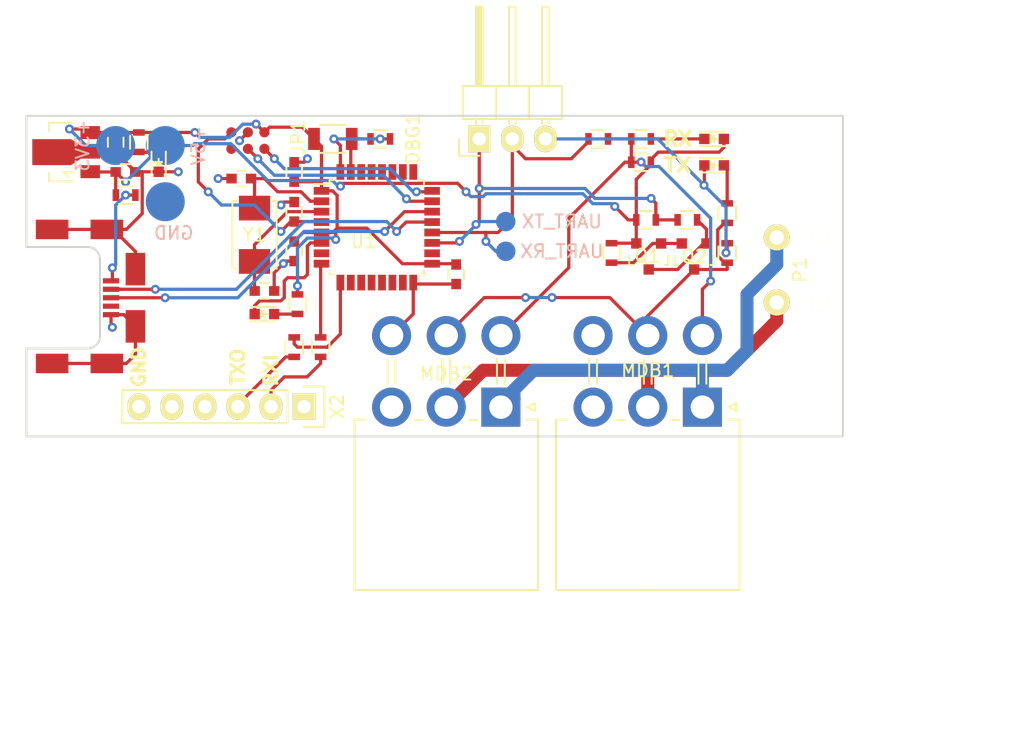
<source format=kicad_pcb>
(kicad_pcb (version 4) (host pcbnew 4.0.1-stable)

  (general
    (links 94)
    (no_connects 0)
    (area 116.726999 90.218999 179.615001 115.007001)
    (thickness 1.6)
    (drawings 33)
    (tracks 386)
    (zones 0)
    (modules 44)
    (nets 51)
  )

  (page A4)
  (layers
    (0 F.Cu signal)
    (31 B.Cu signal)
    (32 B.Adhes user)
    (33 F.Adhes user)
    (34 B.Paste user)
    (35 F.Paste user)
    (36 B.SilkS user)
    (37 F.SilkS user)
    (38 B.Mask user)
    (39 F.Mask user)
    (40 Dwgs.User user)
    (41 Cmts.User user)
    (42 Eco1.User user)
    (43 Eco2.User user)
    (44 Edge.Cuts user)
    (45 Margin user)
    (46 B.CrtYd user)
    (47 F.CrtYd user)
    (48 B.Fab user)
    (49 F.Fab user hide)
  )

  (setup
    (last_trace_width 0.25)
    (user_trace_width 0.25)
    (user_trace_width 1)
    (trace_clearance 0.1524)
    (zone_clearance 0.2)
    (zone_45_only no)
    (trace_min 0.1524)
    (segment_width 0.2)
    (edge_width 0.15)
    (via_size 0.6858)
    (via_drill 0.3302)
    (via_min_size 0.6858)
    (via_min_drill 0.3302)
    (uvia_size 0.3)
    (uvia_drill 0.1)
    (uvias_allowed no)
    (uvia_min_size 0)
    (uvia_min_drill 0)
    (pcb_text_width 0.3)
    (pcb_text_size 1.5 1.5)
    (mod_edge_width 0.15)
    (mod_text_size 1 1)
    (mod_text_width 0.15)
    (pad_size 5.6 5.6)
    (pad_drill 3.2)
    (pad_to_mask_clearance 0.05)
    (aux_axis_origin 0 0)
    (grid_origin 113.5 87.5)
    (visible_elements FFFFFF7F)
    (pcbplotparams
      (layerselection 0x00030_80000001)
      (usegerberextensions false)
      (excludeedgelayer true)
      (linewidth 0.100000)
      (plotframeref false)
      (viasonmask false)
      (mode 1)
      (useauxorigin false)
      (hpglpennumber 1)
      (hpglpenspeed 20)
      (hpglpendiameter 15)
      (hpglpenoverlay 2)
      (psnegative false)
      (psa4output false)
      (plotreference true)
      (plotvalue true)
      (plotinvisibletext false)
      (padsonsilk false)
      (subtractmaskfromsilk false)
      (outputformat 1)
      (mirror false)
      (drillshape 1)
      (scaleselection 1)
      (outputdirectory ""))
  )

  (net 0 "")
  (net 1 +3V3)
  (net 2 GND)
  (net 3 "Net-(C4-Pad1)")
  (net 4 "Net-(C5-Pad1)")
  (net 5 NRST)
  (net 6 +5V)
  (net 7 "Net-(D1-Pad2)")
  (net 8 "Net-(D2-Pad2)")
  (net 9 "Net-(D2-Pad1)")
  (net 10 "Net-(D3-Pad1)")
  (net 11 "Net-(D4-Pad2)")
  (net 12 5V_USB)
  (net 13 "Net-(Q1-Pad1)")
  (net 14 "Net-(Q1-Pad3)")
  (net 15 MDB_TXO)
  (net 16 USART1_TX)
  (net 17 MDB_RXI)
  (net 18 USART1_RX)
  (net 19 USART2_TX)
  (net 20 USART2_RX)
  (net 21 USB_DM)
  (net 22 USB_DP)
  (net 23 SWDIO)
  (net 24 SWCLK)
  (net 25 "Net-(JP1-Pad2)")
  (net 26 GNDPWR)
  (net 27 +36V)
  (net 28 "Net-(R13-Pad1)")
  (net 29 "Net-(R14-Pad1)")
  (net 30 "Net-(MDB1-Pad3)")
  (net 31 "Net-(MDB2-Pad3)")
  (net 32 "Net-(U1-Pad7)")
  (net 33 "Net-(U1-Pad10)")
  (net 34 "Net-(U1-Pad11)")
  (net 35 "Net-(U1-Pad12)")
  (net 36 "Net-(U1-Pad13)")
  (net 37 "Net-(U1-Pad14)")
  (net 38 "Net-(U1-Pad15)")
  (net 39 "Net-(U1-Pad18)")
  (net 40 "Net-(U1-Pad25)")
  (net 41 "Net-(U1-Pad26)")
  (net 42 "Net-(U1-Pad27)")
  (net 43 "Net-(U1-Pad28)")
  (net 44 "Net-(U1-Pad29)")
  (net 45 "Net-(U1-Pad30)")
  (net 46 "Net-(X1-Pad4)")
  (net 47 "Net-(X2-Pad1)")
  (net 48 "Net-(X2-Pad4)")
  (net 49 "Net-(X2-Pad5)")
  (net 50 "Net-(X4-Pad6)")

  (net_class Default "This is the default net class."
    (clearance 0.1524)
    (trace_width 0.25)
    (via_dia 0.6858)
    (via_drill 0.3302)
    (uvia_dia 0.3)
    (uvia_drill 0.1)
    (add_net +36V)
    (add_net +3V3)
    (add_net +5V)
    (add_net 5V_USB)
    (add_net GND)
    (add_net GNDPWR)
    (add_net MDB_RXI)
    (add_net MDB_TXO)
    (add_net NRST)
    (add_net "Net-(C4-Pad1)")
    (add_net "Net-(C5-Pad1)")
    (add_net "Net-(D1-Pad2)")
    (add_net "Net-(D2-Pad1)")
    (add_net "Net-(D2-Pad2)")
    (add_net "Net-(D3-Pad1)")
    (add_net "Net-(D4-Pad2)")
    (add_net "Net-(JP1-Pad2)")
    (add_net "Net-(MDB1-Pad3)")
    (add_net "Net-(MDB2-Pad3)")
    (add_net "Net-(Q1-Pad1)")
    (add_net "Net-(Q1-Pad3)")
    (add_net "Net-(R13-Pad1)")
    (add_net "Net-(R14-Pad1)")
    (add_net "Net-(U1-Pad10)")
    (add_net "Net-(U1-Pad11)")
    (add_net "Net-(U1-Pad12)")
    (add_net "Net-(U1-Pad13)")
    (add_net "Net-(U1-Pad14)")
    (add_net "Net-(U1-Pad15)")
    (add_net "Net-(U1-Pad18)")
    (add_net "Net-(U1-Pad25)")
    (add_net "Net-(U1-Pad26)")
    (add_net "Net-(U1-Pad27)")
    (add_net "Net-(U1-Pad28)")
    (add_net "Net-(U1-Pad29)")
    (add_net "Net-(U1-Pad30)")
    (add_net "Net-(U1-Pad7)")
    (add_net "Net-(X1-Pad4)")
    (add_net "Net-(X2-Pad1)")
    (add_net "Net-(X2-Pad4)")
    (add_net "Net-(X2-Pad5)")
    (add_net "Net-(X4-Pad6)")
    (add_net SWCLK)
    (add_net SWDIO)
    (add_net USART1_RX)
    (add_net USART1_TX)
    (add_net USART2_RX)
    (add_net USART2_TX)
    (add_net USB_DM)
    (add_net USB_DP)
  )

  (module Housings_QFP:LQFP-32_7x7mm_Pitch0.8mm (layer F.Cu) (tedit 54130A77) (tstamp 57641E63)
    (at 143.726 98.862)
    (descr "LQFP32: plastic low profile quad flat package; 32 leads; body 7 x 7 x 1.4 mm (see NXP sot358-1_po.pdf and sot358-1_fr.pdf)")
    (tags "QFP 0.8")
    (path /57641D6D)
    (attr smd)
    (fp_text reference U1 (at -1.016 1.084) (layer F.SilkS)
      (effects (font (size 1 1) (thickness 0.15)))
    )
    (fp_text value STM32F042K6Tx (at 0 5.85) (layer F.Fab)
      (effects (font (size 1 1) (thickness 0.15)))
    )
    (fp_line (start -5.1 -5.1) (end -5.1 5.1) (layer F.CrtYd) (width 0.05))
    (fp_line (start 5.1 -5.1) (end 5.1 5.1) (layer F.CrtYd) (width 0.05))
    (fp_line (start -5.1 -5.1) (end 5.1 -5.1) (layer F.CrtYd) (width 0.05))
    (fp_line (start -5.1 5.1) (end 5.1 5.1) (layer F.CrtYd) (width 0.05))
    (fp_line (start -3.625 -3.625) (end -3.625 -3.325) (layer F.SilkS) (width 0.15))
    (fp_line (start 3.625 -3.625) (end 3.625 -3.325) (layer F.SilkS) (width 0.15))
    (fp_line (start 3.625 3.625) (end 3.625 3.325) (layer F.SilkS) (width 0.15))
    (fp_line (start -3.625 3.625) (end -3.625 3.325) (layer F.SilkS) (width 0.15))
    (fp_line (start -3.625 -3.625) (end -3.325 -3.625) (layer F.SilkS) (width 0.15))
    (fp_line (start -3.625 3.625) (end -3.325 3.625) (layer F.SilkS) (width 0.15))
    (fp_line (start 3.625 3.625) (end 3.325 3.625) (layer F.SilkS) (width 0.15))
    (fp_line (start 3.625 -3.625) (end 3.325 -3.625) (layer F.SilkS) (width 0.15))
    (fp_line (start -3.625 -3.325) (end -4.85 -3.325) (layer F.SilkS) (width 0.15))
    (pad 1 smd rect (at -4.25 -2.8) (size 1.2 0.6) (layers F.Cu F.Paste F.Mask)
      (net 1 +3V3))
    (pad 2 smd rect (at -4.25 -2) (size 1.2 0.6) (layers F.Cu F.Paste F.Mask)
      (net 3 "Net-(C4-Pad1)"))
    (pad 3 smd rect (at -4.25 -1.2) (size 1.2 0.6) (layers F.Cu F.Paste F.Mask)
      (net 4 "Net-(C5-Pad1)"))
    (pad 4 smd rect (at -4.25 -0.4) (size 1.2 0.6) (layers F.Cu F.Paste F.Mask)
      (net 5 NRST))
    (pad 5 smd rect (at -4.25 0.4) (size 1.2 0.6) (layers F.Cu F.Paste F.Mask)
      (net 1 +3V3))
    (pad 6 smd rect (at -4.25 1.2) (size 1.2 0.6) (layers F.Cu F.Paste F.Mask)
      (net 9 "Net-(D2-Pad1)"))
    (pad 7 smd rect (at -4.25 2) (size 1.2 0.6) (layers F.Cu F.Paste F.Mask)
      (net 32 "Net-(U1-Pad7)"))
    (pad 8 smd rect (at -4.25 2.8) (size 1.2 0.6) (layers F.Cu F.Paste F.Mask)
      (net 19 USART2_TX))
    (pad 9 smd rect (at -2.8 4.25 90) (size 1.2 0.6) (layers F.Cu F.Paste F.Mask)
      (net 20 USART2_RX))
    (pad 10 smd rect (at -2 4.25 90) (size 1.2 0.6) (layers F.Cu F.Paste F.Mask)
      (net 33 "Net-(U1-Pad10)"))
    (pad 11 smd rect (at -1.2 4.25 90) (size 1.2 0.6) (layers F.Cu F.Paste F.Mask)
      (net 34 "Net-(U1-Pad11)"))
    (pad 12 smd rect (at -0.4 4.25 90) (size 1.2 0.6) (layers F.Cu F.Paste F.Mask)
      (net 35 "Net-(U1-Pad12)"))
    (pad 13 smd rect (at 0.4 4.25 90) (size 1.2 0.6) (layers F.Cu F.Paste F.Mask)
      (net 36 "Net-(U1-Pad13)"))
    (pad 14 smd rect (at 1.2 4.25 90) (size 1.2 0.6) (layers F.Cu F.Paste F.Mask)
      (net 37 "Net-(U1-Pad14)"))
    (pad 15 smd rect (at 2 4.25 90) (size 1.2 0.6) (layers F.Cu F.Paste F.Mask)
      (net 38 "Net-(U1-Pad15)"))
    (pad 16 smd rect (at 2.8 4.25 90) (size 1.2 0.6) (layers F.Cu F.Paste F.Mask)
      (net 2 GND))
    (pad 17 smd rect (at 4.25 2.8) (size 1.2 0.6) (layers F.Cu F.Paste F.Mask)
      (net 1 +3V3))
    (pad 18 smd rect (at 4.25 2) (size 1.2 0.6) (layers F.Cu F.Paste F.Mask)
      (net 39 "Net-(U1-Pad18)"))
    (pad 19 smd rect (at 4.25 1.2) (size 1.2 0.6) (layers F.Cu F.Paste F.Mask)
      (net 16 USART1_TX))
    (pad 20 smd rect (at 4.25 0.4) (size 1.2 0.6) (layers F.Cu F.Paste F.Mask)
      (net 18 USART1_RX))
    (pad 21 smd rect (at 4.25 -0.4) (size 1.2 0.6) (layers F.Cu F.Paste F.Mask)
      (net 21 USB_DM))
    (pad 22 smd rect (at 4.25 -1.2) (size 1.2 0.6) (layers F.Cu F.Paste F.Mask)
      (net 22 USB_DP))
    (pad 23 smd rect (at 4.25 -2) (size 1.2 0.6) (layers F.Cu F.Paste F.Mask)
      (net 23 SWDIO))
    (pad 24 smd rect (at 4.25 -2.8) (size 1.2 0.6) (layers F.Cu F.Paste F.Mask)
      (net 24 SWCLK))
    (pad 25 smd rect (at 2.8 -4.25 90) (size 1.2 0.6) (layers F.Cu F.Paste F.Mask)
      (net 40 "Net-(U1-Pad25)"))
    (pad 26 smd rect (at 2 -4.25 90) (size 1.2 0.6) (layers F.Cu F.Paste F.Mask)
      (net 41 "Net-(U1-Pad26)"))
    (pad 27 smd rect (at 1.2 -4.25 90) (size 1.2 0.6) (layers F.Cu F.Paste F.Mask)
      (net 42 "Net-(U1-Pad27)"))
    (pad 28 smd rect (at 0.4 -4.25 90) (size 1.2 0.6) (layers F.Cu F.Paste F.Mask)
      (net 43 "Net-(U1-Pad28)"))
    (pad 29 smd rect (at -0.4 -4.25 90) (size 1.2 0.6) (layers F.Cu F.Paste F.Mask)
      (net 44 "Net-(U1-Pad29)"))
    (pad 30 smd rect (at -1.2 -4.25 90) (size 1.2 0.6) (layers F.Cu F.Paste F.Mask)
      (net 45 "Net-(U1-Pad30)"))
    (pad 31 smd rect (at -2 -4.25 90) (size 1.2 0.6) (layers F.Cu F.Paste F.Mask)
      (net 25 "Net-(JP1-Pad2)"))
    (pad 32 smd rect (at -2.8 -4.25 90) (size 1.2 0.6) (layers F.Cu F.Paste F.Mask)
      (net 2 GND))
    (model Housings_QFP.3dshapes/LQFP-32_7x7mm_Pitch0.8mm.wrl
      (at (xyz 0 0 0))
      (scale (xyz 1 1 1))
      (rotate (xyz 0 0 0))
    )
  )

  (module usb:Molex-Micro-USB-B-Middle-Mount (layer F.Cu) (tedit 576425F2) (tstamp 57641E8F)
    (at 122.427 104.278)
    (path /57648447)
    (fp_text reference X1 (at -1.625 0) (layer F.Fab)
      (effects (font (size 1 1) (thickness 0.15)))
    )
    (fp_text value USB (at -0.1 -8.2) (layer F.Fab) hide
      (effects (font (size 1 1) (thickness 0.15)))
    )
    (fp_line (start -0.8 3.9) (end -5.6 3.9) (layer Dwgs.User) (width 0.15))
    (fp_line (start 0 -3.1) (end 0 3.1) (layer Dwgs.User) (width 0.15))
    (fp_line (start -5.6 -3.9) (end -0.8 -3.9) (layer Dwgs.User) (width 0.15))
    (fp_arc (start -0.8 3.1) (end 0 3.1) (angle 90) (layer Dwgs.User) (width 0.15))
    (fp_arc (start -0.8 -3.1) (end -0.8 -3.9) (angle 90) (layer Dwgs.User) (width 0.15))
    (fp_line (start -5.6 3.9) (end -5.6 6.9) (layer Dwgs.User) (width 0.15))
    (fp_line (start -5.6 -6.9) (end -5.6 -3.9) (layer Dwgs.User) (width 0.15))
    (pad 6 smd rect (at 2.75 2.2 90) (size 2.5 1.5) (layers F.Cu F.Paste F.Mask)
      (net 2 GND))
    (pad 6 smd rect (at 2.75 -2.2 90) (size 2.5 1.5) (layers F.Cu F.Paste F.Mask)
      (net 2 GND))
    (pad 6 smd rect (at 0.55 -5.25) (size 2.5 1.5) (layers F.Cu F.Paste F.Mask)
      (net 2 GND))
    (pad 6 smd rect (at -3.65 -5.25) (size 2.5 1.5) (layers F.Cu F.Paste F.Mask)
      (net 2 GND))
    (pad 6 smd rect (at 0.55 5.05) (size 2.5 1.5) (layers F.Cu F.Paste F.Mask)
      (net 2 GND))
    (pad 5 smd rect (at 0.875 1.3) (size 1.25 0.4) (layers F.Cu F.Paste F.Mask)
      (net 2 GND))
    (pad 4 smd rect (at 0.875 0.65) (size 1.25 0.4) (layers F.Cu F.Paste F.Mask)
      (net 46 "Net-(X1-Pad4)"))
    (pad 1 smd rect (at 0.875 -1.3) (size 1.25 0.4) (layers F.Cu F.Paste F.Mask)
      (net 12 5V_USB))
    (pad 2 smd rect (at 0.875 -0.65) (size 1.25 0.4) (layers F.Cu F.Paste F.Mask)
      (net 21 USB_DM))
    (pad 3 smd rect (at 0.875 0) (size 1.25 0.4) (layers F.Cu F.Paste F.Mask)
      (net 22 USB_DP))
    (pad 6 smd rect (at -3.65 5.05) (size 2.5 1.5) (layers F.Cu F.Paste F.Mask)
      (net 2 GND))
    (model /home/hd/kicad/footprints/usb.pretty/molex-47491-0001.wrl
      (at (xyz -0.08 0 0))
      (scale (xyz 0.3937 0.3937 0.3937))
      (rotate (xyz -90 0 90))
    )
  )

  (module Capacitors_SMD:C_0603 (layer F.Cu) (tedit 57644ECA) (tstamp 57641DC3)
    (at 137.376 97.672 90)
    (descr "Capacitor SMD 0603, reflow soldering, AVX (see smccp.pdf)")
    (tags "capacitor 0603")
    (path /57642376)
    (attr smd)
    (fp_text reference C6 (at 0 0 90) (layer F.Fab)
      (effects (font (size 1 1) (thickness 0.15)))
    )
    (fp_text value 100nF (at 0 1.9 90) (layer F.Fab)
      (effects (font (size 1 1) (thickness 0.15)))
    )
    (fp_line (start -1.45 -0.75) (end 1.45 -0.75) (layer F.CrtYd) (width 0.05))
    (fp_line (start -1.45 0.75) (end 1.45 0.75) (layer F.CrtYd) (width 0.05))
    (fp_line (start -1.45 -0.75) (end -1.45 0.75) (layer F.CrtYd) (width 0.05))
    (fp_line (start 1.45 -0.75) (end 1.45 0.75) (layer F.CrtYd) (width 0.05))
    (fp_line (start -0.35 -0.6) (end 0.35 -0.6) (layer F.SilkS) (width 0.15))
    (fp_line (start 0.35 0.6) (end -0.35 0.6) (layer F.SilkS) (width 0.15))
    (pad 1 smd rect (at -0.75 0 90) (size 0.8 0.75) (layers F.Cu F.Paste F.Mask)
      (net 5 NRST))
    (pad 2 smd rect (at 0.75 0 90) (size 0.8 0.75) (layers F.Cu F.Paste F.Mask)
      (net 2 GND))
    (model Capacitors_SMD.3dshapes/C_0603.wrl
      (at (xyz 0 0 0))
      (scale (xyz 1 1 1))
      (rotate (xyz 0 0 0))
    )
  )

  (module Connectors_Molex:Molex_MiniFit-JR-5569-06A2_2x03x4.20mm_Angled (layer F.Cu) (tedit 57553FD4) (tstamp 57B622E8)
    (at 153.26 112.685 180)
    (descr "Molex Mini-Fit JR, PN:5569-06A2, dual row, side entry type, through hole, with plastic peg mount")
    (tags "connector molex mini-fit 5569")
    (path /57B34677)
    (fp_text reference MDB2 (at 4.2 2.579 180) (layer F.SilkS)
      (effects (font (size 1 1) (thickness 0.15)))
    )
    (fp_text value CONN_02X03 (at 4.2 10 180) (layer F.Fab)
      (effects (font (size 1 1) (thickness 0.15)))
    )
    (fp_line (start -3.2 -14.35) (end -3.2 7.5) (layer F.CrtYd) (width 0.05))
    (fp_line (start -3.2 7.5) (end 11.6 7.5) (layer F.CrtYd) (width 0.05))
    (fp_line (start 11.6 7.5) (end 11.6 -14.35) (layer F.CrtYd) (width 0.05))
    (fp_line (start 11.6 -14.35) (end -3.2 -14.35) (layer F.CrtYd) (width 0.05))
    (fp_line (start -2 -0.95) (end -2.85 -0.95) (layer F.SilkS) (width 0.15))
    (fp_line (start -2.85 -0.95) (end -2.85 -14.05) (layer F.SilkS) (width 0.15))
    (fp_line (start -2.85 -14.05) (end 4.2 -14.05) (layer F.SilkS) (width 0.15))
    (fp_line (start 10.4 -0.95) (end 11.25 -0.95) (layer F.SilkS) (width 0.15))
    (fp_line (start 11.25 -0.95) (end 11.25 -14.05) (layer F.SilkS) (width 0.15))
    (fp_line (start 11.25 -14.05) (end 4.2 -14.05) (layer F.SilkS) (width 0.15))
    (fp_line (start -2.7 -13.9) (end -2.7 -1.1) (layer F.Fab) (width 0.05))
    (fp_line (start -2.7 -1.1) (end 11.1 -1.1) (layer F.Fab) (width 0.05))
    (fp_line (start 11.1 -1.1) (end 11.1 -13.9) (layer F.Fab) (width 0.05))
    (fp_line (start 11.1 -13.9) (end -2.7 -13.9) (layer F.Fab) (width 0.05))
    (fp_line (start -0.3 1.8) (end -0.3 3.7) (layer F.SilkS) (width 0.15))
    (fp_line (start 0.3 1.8) (end 0.3 3.7) (layer F.SilkS) (width 0.15))
    (fp_line (start 3.9 1.8) (end 3.9 3.7) (layer F.SilkS) (width 0.15))
    (fp_line (start 4.5 1.8) (end 4.5 3.7) (layer F.SilkS) (width 0.15))
    (fp_line (start 8.1 1.8) (end 8.1 3.7) (layer F.SilkS) (width 0.15))
    (fp_line (start 8.7 1.8) (end 8.7 3.7) (layer F.SilkS) (width 0.15))
    (fp_line (start 1.8 -1) (end 2.4 -1) (layer F.SilkS) (width 0.15))
    (fp_line (start 6 -1) (end 6.6 -1) (layer F.SilkS) (width 0.15))
    (fp_line (start -2 0) (end -2.6 0.3) (layer F.SilkS) (width 0.15))
    (fp_line (start -2.6 0.3) (end -2.6 -0.3) (layer F.SilkS) (width 0.15))
    (fp_line (start -2.6 -0.3) (end -2 0) (layer F.SilkS) (width 0.15))
    (pad 1 thru_hole rect (at 0 0 180) (size 3 3) (drill 1.8) (layers *.Cu *.Mask)
      (net 27 +36V))
    (pad 2 thru_hole circle (at 4.2 0 180) (size 3 3) (drill 1.8) (layers *.Cu *.Mask)
      (net 26 GNDPWR))
    (pad 3 thru_hole circle (at 8.4 0 180) (size 3 3) (drill 1.8) (layers *.Cu *.Mask)
      (net 31 "Net-(MDB2-Pad3)"))
    (pad 4 thru_hole circle (at 0 5.5 180) (size 3 3) (drill 1.8) (layers *.Cu *.Mask)
      (net 17 MDB_RXI))
    (pad 5 thru_hole circle (at 4.2 5.5 180) (size 3 3) (drill 1.8) (layers *.Cu *.Mask)
      (net 15 MDB_TXO))
    (pad 6 thru_hole circle (at 8.4 5.5 180) (size 3 3) (drill 1.8) (layers *.Cu *.Mask)
      (net 2 GND))
    (pad "" np_thru_hole circle (at 0 -7.3 180) (size 3 3) (drill 3) (layers *.Cu))
    (pad "" np_thru_hole circle (at 8.4 -7.3 180) (size 3 3) (drill 3) (layers *.Cu))
    (model Connectors_Molex.3dshapes/Molex_MiniFit-JR-5569-06A2_2x03x4.20mm_Angled.wrl
      (at (xyz 0 0 0))
      (scale (xyz 1 1 1))
      (rotate (xyz 0 0 0))
    )
  )

  (module te:TE-282836-2 (layer F.Cu) (tedit 57646A07) (tstamp 57646E8E)
    (at 176.11 102.145 90)
    (path /5765CCBD)
    (fp_text reference P1 (at 0 0.128 90) (layer F.SilkS)
      (effects (font (size 1 1) (thickness 0.15)))
    )
    (fp_text value CONN_01X02 (at 0 -5.4 90) (layer F.Fab)
      (effects (font (size 1 1) (thickness 0.15)))
    )
    (fp_line (start -5.25 4.1) (end -5.25 -4.1) (layer F.Fab) (width 0.15))
    (fp_line (start 5.25 4.1) (end -5.25 4.1) (layer F.Fab) (width 0.15))
    (fp_line (start 5.25 -4.1) (end 5.25 4.1) (layer F.Fab) (width 0.15))
    (fp_line (start -5.25 -4.1) (end 5.25 -4.1) (layer F.Fab) (width 0.15))
    (pad 1 thru_hole circle (at -2.5 -1.65 90) (size 2 2) (drill 1.1) (layers *.Cu *.Mask F.SilkS)
      (net 26 GNDPWR))
    (pad 2 thru_hole circle (at 2.5 -1.65 90) (size 2 2) (drill 1.1) (layers *.Cu *.Mask F.SilkS)
      (net 27 +36V))
    (pad "" np_thru_hole circle (at 2.5 1.65 90) (size 1.4 1.4) (drill 1.4) (layers *.Cu *.Mask F.SilkS))
    (pad "" np_thru_hole circle (at -2.5 1.65 90) (size 1.4 1.4) (drill 1.4) (layers *.Cu *.Mask F.SilkS))
    (model /home/hd/kicad/footprints/te-282836-2.wrl
      (at (xyz 0 -0.1 0.21))
      (scale (xyz 0.3937 0.3937 0.3937))
      (rotate (xyz -90 0 0))
    )
  )

  (module Resistors_SMD:R_0603 (layer F.Cu) (tedit 57644D22) (tstamp 576434BE)
    (at 143.992 92.072)
    (descr "Resistor SMD 0603, reflow soldering, Vishay (see dcrcw.pdf)")
    (tags "resistor 0603")
    (path /576582F2)
    (attr smd)
    (fp_text reference R11 (at 0 0) (layer F.Fab)
      (effects (font (size 1 1) (thickness 0.15)))
    )
    (fp_text value R (at 0 1.9) (layer F.Fab)
      (effects (font (size 1 1) (thickness 0.15)))
    )
    (fp_line (start -1.3 -0.8) (end 1.3 -0.8) (layer F.CrtYd) (width 0.05))
    (fp_line (start -1.3 0.8) (end 1.3 0.8) (layer F.CrtYd) (width 0.05))
    (fp_line (start -1.3 -0.8) (end -1.3 0.8) (layer F.CrtYd) (width 0.05))
    (fp_line (start 1.3 -0.8) (end 1.3 0.8) (layer F.CrtYd) (width 0.05))
    (fp_line (start 0.5 0.675) (end -0.5 0.675) (layer F.SilkS) (width 0.15))
    (fp_line (start -0.5 -0.675) (end 0.5 -0.675) (layer F.SilkS) (width 0.15))
    (pad 1 smd rect (at -0.75 0) (size 0.5 0.9) (layers F.Cu F.Paste F.Mask)
      (net 25 "Net-(JP1-Pad2)"))
    (pad 2 smd rect (at 0.75 0) (size 0.5 0.9) (layers F.Cu F.Paste F.Mask)
      (net 2 GND))
    (model Resistors_SMD.3dshapes/R_0603.wrl
      (at (xyz 0 0 0))
      (scale (xyz 1 1 1))
      (rotate (xyz 0 0 0))
    )
  )

  (module Capacitors_SMD:C_0603 (layer F.Cu) (tedit 57644E17) (tstamp 57641DA5)
    (at 137.376 94.612 90)
    (descr "Capacitor SMD 0603, reflow soldering, AVX (see smccp.pdf)")
    (tags "capacitor 0603")
    (path /57642B5C)
    (attr smd)
    (fp_text reference C1 (at 0 0 90) (layer F.Fab)
      (effects (font (size 1 1) (thickness 0.15)))
    )
    (fp_text value 100nF (at 0 1.9 90) (layer F.Fab)
      (effects (font (size 1 1) (thickness 0.15)))
    )
    (fp_line (start -1.45 -0.75) (end 1.45 -0.75) (layer F.CrtYd) (width 0.05))
    (fp_line (start -1.45 0.75) (end 1.45 0.75) (layer F.CrtYd) (width 0.05))
    (fp_line (start -1.45 -0.75) (end -1.45 0.75) (layer F.CrtYd) (width 0.05))
    (fp_line (start 1.45 -0.75) (end 1.45 0.75) (layer F.CrtYd) (width 0.05))
    (fp_line (start -0.35 -0.6) (end 0.35 -0.6) (layer F.SilkS) (width 0.15))
    (fp_line (start 0.35 0.6) (end -0.35 0.6) (layer F.SilkS) (width 0.15))
    (pad 1 smd rect (at -0.75 0 90) (size 0.8 0.75) (layers F.Cu F.Paste F.Mask)
      (net 1 +3V3))
    (pad 2 smd rect (at 0.75 0 90) (size 0.8 0.75) (layers F.Cu F.Paste F.Mask)
      (net 2 GND))
    (model Capacitors_SMD.3dshapes/C_0603.wrl
      (at (xyz 0 0 0))
      (scale (xyz 1 1 1))
      (rotate (xyz 0 0 0))
    )
  )

  (module Capacitors_SMD:C_0603 (layer F.Cu) (tedit 57644ED2) (tstamp 57641DAB)
    (at 137.376 100.708 270)
    (descr "Capacitor SMD 0603, reflow soldering, AVX (see smccp.pdf)")
    (tags "capacitor 0603")
    (path /57642AEE)
    (attr smd)
    (fp_text reference C2 (at 0.05 0 270) (layer F.Fab)
      (effects (font (size 1 1) (thickness 0.15)))
    )
    (fp_text value 100nF (at 0 1.9 270) (layer F.Fab)
      (effects (font (size 1 1) (thickness 0.15)))
    )
    (fp_line (start -1.45 -0.75) (end 1.45 -0.75) (layer F.CrtYd) (width 0.05))
    (fp_line (start -1.45 0.75) (end 1.45 0.75) (layer F.CrtYd) (width 0.05))
    (fp_line (start -1.45 -0.75) (end -1.45 0.75) (layer F.CrtYd) (width 0.05))
    (fp_line (start 1.45 -0.75) (end 1.45 0.75) (layer F.CrtYd) (width 0.05))
    (fp_line (start -0.35 -0.6) (end 0.35 -0.6) (layer F.SilkS) (width 0.15))
    (fp_line (start 0.35 0.6) (end -0.35 0.6) (layer F.SilkS) (width 0.15))
    (pad 1 smd rect (at -0.75 0 270) (size 0.8 0.75) (layers F.Cu F.Paste F.Mask)
      (net 1 +3V3))
    (pad 2 smd rect (at 0.75 0 270) (size 0.8 0.75) (layers F.Cu F.Paste F.Mask)
      (net 2 GND))
    (model Capacitors_SMD.3dshapes/C_0603.wrl
      (at (xyz 0 0 0))
      (scale (xyz 1 1 1))
      (rotate (xyz 0 0 0))
    )
  )

  (module Capacitors_SMD:C_0603 (layer F.Cu) (tedit 5764261D) (tstamp 57641DB1)
    (at 149.822 102.474 270)
    (descr "Capacitor SMD 0603, reflow soldering, AVX (see smccp.pdf)")
    (tags "capacitor 0603")
    (path /57642FBF)
    (attr smd)
    (fp_text reference C3 (at 0 -1.9 270) (layer F.Fab)
      (effects (font (size 1 1) (thickness 0.15)))
    )
    (fp_text value 100nF (at 0 1.9 270) (layer F.Fab)
      (effects (font (size 1 1) (thickness 0.15)))
    )
    (fp_line (start -1.45 -0.75) (end 1.45 -0.75) (layer F.CrtYd) (width 0.05))
    (fp_line (start -1.45 0.75) (end 1.45 0.75) (layer F.CrtYd) (width 0.05))
    (fp_line (start -1.45 -0.75) (end -1.45 0.75) (layer F.CrtYd) (width 0.05))
    (fp_line (start 1.45 -0.75) (end 1.45 0.75) (layer F.CrtYd) (width 0.05))
    (fp_line (start -0.35 -0.6) (end 0.35 -0.6) (layer F.SilkS) (width 0.15))
    (fp_line (start 0.35 0.6) (end -0.35 0.6) (layer F.SilkS) (width 0.15))
    (pad 1 smd rect (at -0.75 0 270) (size 0.8 0.75) (layers F.Cu F.Paste F.Mask)
      (net 1 +3V3))
    (pad 2 smd rect (at 0.75 0 270) (size 0.8 0.75) (layers F.Cu F.Paste F.Mask)
      (net 2 GND))
    (model Capacitors_SMD.3dshapes/C_0603.wrl
      (at (xyz 0 0 0))
      (scale (xyz 1 1 1))
      (rotate (xyz 0 0 0))
    )
  )

  (module Capacitors_SMD:C_0603 (layer F.Cu) (tedit 57644E35) (tstamp 57641DB7)
    (at 133.312 95.12 180)
    (descr "Capacitor SMD 0603, reflow soldering, AVX (see smccp.pdf)")
    (tags "capacitor 0603")
    (path /5764268F)
    (attr smd)
    (fp_text reference C4 (at 0 0.05 180) (layer F.Fab)
      (effects (font (size 1 1) (thickness 0.15)))
    )
    (fp_text value 18pF (at 0 1.9 180) (layer F.Fab)
      (effects (font (size 1 1) (thickness 0.15)))
    )
    (fp_line (start -1.45 -0.75) (end 1.45 -0.75) (layer F.CrtYd) (width 0.05))
    (fp_line (start -1.45 0.75) (end 1.45 0.75) (layer F.CrtYd) (width 0.05))
    (fp_line (start -1.45 -0.75) (end -1.45 0.75) (layer F.CrtYd) (width 0.05))
    (fp_line (start 1.45 -0.75) (end 1.45 0.75) (layer F.CrtYd) (width 0.05))
    (fp_line (start -0.35 -0.6) (end 0.35 -0.6) (layer F.SilkS) (width 0.15))
    (fp_line (start 0.35 0.6) (end -0.35 0.6) (layer F.SilkS) (width 0.15))
    (pad 1 smd rect (at -0.75 0 180) (size 0.8 0.75) (layers F.Cu F.Paste F.Mask)
      (net 3 "Net-(C4-Pad1)"))
    (pad 2 smd rect (at 0.75 0 180) (size 0.8 0.75) (layers F.Cu F.Paste F.Mask)
      (net 2 GND))
    (model Capacitors_SMD.3dshapes/C_0603.wrl
      (at (xyz 0 0 0))
      (scale (xyz 1 1 1))
      (rotate (xyz 0 0 0))
    )
  )

  (module Capacitors_SMD:C_0603 (layer F.Cu) (tedit 57644E42) (tstamp 57641DBD)
    (at 135.09 103.756)
    (descr "Capacitor SMD 0603, reflow soldering, AVX (see smccp.pdf)")
    (tags "capacitor 0603")
    (path /576426E2)
    (attr smd)
    (fp_text reference C5 (at 0 0) (layer F.Fab)
      (effects (font (size 1 1) (thickness 0.15)))
    )
    (fp_text value 18pF (at 0 1.9) (layer F.Fab)
      (effects (font (size 1 1) (thickness 0.15)))
    )
    (fp_line (start -1.45 -0.75) (end 1.45 -0.75) (layer F.CrtYd) (width 0.05))
    (fp_line (start -1.45 0.75) (end 1.45 0.75) (layer F.CrtYd) (width 0.05))
    (fp_line (start -1.45 -0.75) (end -1.45 0.75) (layer F.CrtYd) (width 0.05))
    (fp_line (start 1.45 -0.75) (end 1.45 0.75) (layer F.CrtYd) (width 0.05))
    (fp_line (start -0.35 -0.6) (end 0.35 -0.6) (layer F.SilkS) (width 0.15))
    (fp_line (start 0.35 0.6) (end -0.35 0.6) (layer F.SilkS) (width 0.15))
    (pad 1 smd rect (at -0.75 0) (size 0.8 0.75) (layers F.Cu F.Paste F.Mask)
      (net 4 "Net-(C5-Pad1)"))
    (pad 2 smd rect (at 0.75 0) (size 0.8 0.75) (layers F.Cu F.Paste F.Mask)
      (net 2 GND))
    (model Capacitors_SMD.3dshapes/C_0603.wrl
      (at (xyz 0 0 0))
      (scale (xyz 1 1 1))
      (rotate (xyz 0 0 0))
    )
  )

  (module Capacitors_SMD:C_0603 (layer F.Cu) (tedit 57642622) (tstamp 57641DC9)
    (at 124.41 94.612)
    (descr "Capacitor SMD 0603, reflow soldering, AVX (see smccp.pdf)")
    (tags "capacitor 0603")
    (path /576447CE)
    (attr smd)
    (fp_text reference C7 (at 0 -1.9) (layer F.Fab)
      (effects (font (size 1 1) (thickness 0.15)))
    )
    (fp_text value 1uF (at 0 1.9) (layer F.Fab)
      (effects (font (size 1 1) (thickness 0.15)))
    )
    (fp_line (start -1.45 -0.75) (end 1.45 -0.75) (layer F.CrtYd) (width 0.05))
    (fp_line (start -1.45 0.75) (end 1.45 0.75) (layer F.CrtYd) (width 0.05))
    (fp_line (start -1.45 -0.75) (end -1.45 0.75) (layer F.CrtYd) (width 0.05))
    (fp_line (start 1.45 -0.75) (end 1.45 0.75) (layer F.CrtYd) (width 0.05))
    (fp_line (start -0.35 -0.6) (end 0.35 -0.6) (layer F.SilkS) (width 0.15))
    (fp_line (start 0.35 0.6) (end -0.35 0.6) (layer F.SilkS) (width 0.15))
    (pad 1 smd rect (at -0.75 0) (size 0.8 0.75) (layers F.Cu F.Paste F.Mask)
      (net 6 +5V))
    (pad 2 smd rect (at 0.75 0) (size 0.8 0.75) (layers F.Cu F.Paste F.Mask)
      (net 2 GND))
    (model Capacitors_SMD.3dshapes/C_0603.wrl
      (at (xyz 0 0 0))
      (scale (xyz 1 1 1))
      (rotate (xyz 0 0 0))
    )
  )

  (module Capacitors_SMD:C_0603 (layer F.Cu) (tedit 57644F3B) (tstamp 57641DCF)
    (at 123.66 92.326 270)
    (descr "Capacitor SMD 0603, reflow soldering, AVX (see smccp.pdf)")
    (tags "capacitor 0603")
    (path /576448BB)
    (attr smd)
    (fp_text reference C8 (at 0 0 270) (layer F.Fab)
      (effects (font (size 1 1) (thickness 0.15)))
    )
    (fp_text value 1uF (at 0 1.9 270) (layer F.Fab)
      (effects (font (size 1 1) (thickness 0.15)))
    )
    (fp_line (start -1.45 -0.75) (end 1.45 -0.75) (layer F.CrtYd) (width 0.05))
    (fp_line (start -1.45 0.75) (end 1.45 0.75) (layer F.CrtYd) (width 0.05))
    (fp_line (start -1.45 -0.75) (end -1.45 0.75) (layer F.CrtYd) (width 0.05))
    (fp_line (start 1.45 -0.75) (end 1.45 0.75) (layer F.CrtYd) (width 0.05))
    (fp_line (start -0.35 -0.6) (end 0.35 -0.6) (layer F.SilkS) (width 0.15))
    (fp_line (start 0.35 0.6) (end -0.35 0.6) (layer F.SilkS) (width 0.15))
    (pad 1 smd rect (at -0.75 0 270) (size 0.8 0.75) (layers F.Cu F.Paste F.Mask)
      (net 1 +3V3))
    (pad 2 smd rect (at 0.75 0 270) (size 0.8 0.75) (layers F.Cu F.Paste F.Mask)
      (net 2 GND))
    (model Capacitors_SMD.3dshapes/C_0603.wrl
      (at (xyz 0 0 0))
      (scale (xyz 1 1 1))
      (rotate (xyz 0 0 0))
    )
  )

  (module LEDs:LED_0603 (layer F.Cu) (tedit 57644FA0) (tstamp 57641DD5)
    (at 126.962 93.85 90)
    (descr "LED 0603 smd package")
    (tags "LED led 0603 SMD smd SMT smt smdled SMDLED smtled SMTLED")
    (path /57649350)
    (attr smd)
    (fp_text reference D1 (at 0 0 90) (layer F.Fab)
      (effects (font (size 1 1) (thickness 0.15)))
    )
    (fp_text value red (at 0 1.5 90) (layer F.Fab)
      (effects (font (size 1 1) (thickness 0.15)))
    )
    (fp_line (start -1.1 0.55) (end 0.8 0.55) (layer F.SilkS) (width 0.15))
    (fp_line (start -1.1 -0.55) (end 0.8 -0.55) (layer F.SilkS) (width 0.15))
    (fp_line (start -0.2 0) (end 0.25 0) (layer F.SilkS) (width 0.15))
    (fp_line (start -0.25 -0.25) (end -0.25 0.25) (layer F.SilkS) (width 0.15))
    (fp_line (start -0.25 0) (end 0 -0.25) (layer F.SilkS) (width 0.15))
    (fp_line (start 0 -0.25) (end 0 0.25) (layer F.SilkS) (width 0.15))
    (fp_line (start 0 0.25) (end -0.25 0) (layer F.SilkS) (width 0.15))
    (fp_line (start 1.4 -0.75) (end 1.4 0.75) (layer F.CrtYd) (width 0.05))
    (fp_line (start 1.4 0.75) (end -1.4 0.75) (layer F.CrtYd) (width 0.05))
    (fp_line (start -1.4 0.75) (end -1.4 -0.75) (layer F.CrtYd) (width 0.05))
    (fp_line (start -1.4 -0.75) (end 1.4 -0.75) (layer F.CrtYd) (width 0.05))
    (pad 2 smd rect (at 0.7493 0 270) (size 0.79756 0.79756) (layers F.Cu F.Paste F.Mask)
      (net 7 "Net-(D1-Pad2)"))
    (pad 1 smd rect (at -0.7493 0 270) (size 0.79756 0.79756) (layers F.Cu F.Paste F.Mask)
      (net 2 GND))
    (model LEDs.3dshapes/LED_0603.wrl
      (at (xyz 0 0 0))
      (scale (xyz 1 1 1))
      (rotate (xyz 0 0 180))
    )
  )

  (module LEDs:LED_0603 (layer F.Cu) (tedit 57644EFC) (tstamp 57641DDB)
    (at 135.09 105.534)
    (descr "LED 0603 smd package")
    (tags "LED led 0603 SMD smd SMT smt smdled SMDLED smtled SMTLED")
    (path /5764C28A)
    (attr smd)
    (fp_text reference D2 (at 0 0) (layer F.Fab)
      (effects (font (size 1 1) (thickness 0.15)))
    )
    (fp_text value yellow (at 0 1.5) (layer F.Fab)
      (effects (font (size 1 1) (thickness 0.15)))
    )
    (fp_line (start -1.1 0.55) (end 0.8 0.55) (layer F.SilkS) (width 0.15))
    (fp_line (start -1.1 -0.55) (end 0.8 -0.55) (layer F.SilkS) (width 0.15))
    (fp_line (start -0.2 0) (end 0.25 0) (layer F.SilkS) (width 0.15))
    (fp_line (start -0.25 -0.25) (end -0.25 0.25) (layer F.SilkS) (width 0.15))
    (fp_line (start -0.25 0) (end 0 -0.25) (layer F.SilkS) (width 0.15))
    (fp_line (start 0 -0.25) (end 0 0.25) (layer F.SilkS) (width 0.15))
    (fp_line (start 0 0.25) (end -0.25 0) (layer F.SilkS) (width 0.15))
    (fp_line (start 1.4 -0.75) (end 1.4 0.75) (layer F.CrtYd) (width 0.05))
    (fp_line (start 1.4 0.75) (end -1.4 0.75) (layer F.CrtYd) (width 0.05))
    (fp_line (start -1.4 0.75) (end -1.4 -0.75) (layer F.CrtYd) (width 0.05))
    (fp_line (start -1.4 -0.75) (end 1.4 -0.75) (layer F.CrtYd) (width 0.05))
    (pad 2 smd rect (at 0.7493 0 180) (size 0.79756 0.79756) (layers F.Cu F.Paste F.Mask)
      (net 8 "Net-(D2-Pad2)"))
    (pad 1 smd rect (at -0.7493 0 180) (size 0.79756 0.79756) (layers F.Cu F.Paste F.Mask)
      (net 9 "Net-(D2-Pad1)"))
    (model LEDs.3dshapes/LED_0603.wrl
      (at (xyz 0 0 0))
      (scale (xyz 1 1 1))
      (rotate (xyz 0 0 180))
    )
  )

  (module TO_SOT_Packages_SMD:SOT-23 (layer F.Cu) (tedit 553634F8) (tstamp 57641DFC)
    (at 164.62 101.10678 180)
    (descr "SOT-23, Standard")
    (tags SOT-23)
    (path /5764066B)
    (attr smd)
    (fp_text reference Q1 (at 0.1 0.05 180) (layer F.SilkS)
      (effects (font (size 1 1) (thickness 0.15)))
    )
    (fp_text value MMBT2907 (at 0 2.3 360) (layer F.Fab)
      (effects (font (size 1 1) (thickness 0.15)))
    )
    (fp_line (start -1.65 -1.6) (end 1.65 -1.6) (layer F.CrtYd) (width 0.05))
    (fp_line (start 1.65 -1.6) (end 1.65 1.6) (layer F.CrtYd) (width 0.05))
    (fp_line (start 1.65 1.6) (end -1.65 1.6) (layer F.CrtYd) (width 0.05))
    (fp_line (start -1.65 1.6) (end -1.65 -1.6) (layer F.CrtYd) (width 0.05))
    (fp_line (start 1.29916 -0.65024) (end 1.2509 -0.65024) (layer F.SilkS) (width 0.15))
    (fp_line (start -1.49982 0.0508) (end -1.49982 -0.65024) (layer F.SilkS) (width 0.15))
    (fp_line (start -1.49982 -0.65024) (end -1.2509 -0.65024) (layer F.SilkS) (width 0.15))
    (fp_line (start 1.29916 -0.65024) (end 1.49982 -0.65024) (layer F.SilkS) (width 0.15))
    (fp_line (start 1.49982 -0.65024) (end 1.49982 0.0508) (layer F.SilkS) (width 0.15))
    (pad 1 smd rect (at -0.95 1.00076 180) (size 0.8001 0.8001) (layers F.Cu F.Paste F.Mask)
      (net 13 "Net-(Q1-Pad1)"))
    (pad 2 smd rect (at 0.95 1.00076 180) (size 0.8001 0.8001) (layers F.Cu F.Paste F.Mask)
      (net 6 +5V))
    (pad 3 smd rect (at 0 -0.99822 180) (size 0.8001 0.8001) (layers F.Cu F.Paste F.Mask)
      (net 14 "Net-(Q1-Pad3)"))
    (model TO_SOT_Packages_SMD.3dshapes/SOT-23.wrl
      (at (xyz 0 0 0))
      (scale (xyz 1 1 1))
      (rotate (xyz 0 0 0))
    )
  )

  (module TO_SOT_Packages_SMD:SOT-23 (layer F.Cu) (tedit 553634F8) (tstamp 57641E03)
    (at 168.11 101.10678 180)
    (descr "SOT-23, Standard")
    (tags SOT-23)
    (path /5764069A)
    (attr smd)
    (fp_text reference Q2 (at 0 0 180) (layer F.SilkS)
      (effects (font (size 1 1) (thickness 0.15)))
    )
    (fp_text value MMBT2907 (at 0 2.3 180) (layer F.Fab)
      (effects (font (size 1 1) (thickness 0.15)))
    )
    (fp_line (start -1.65 -1.6) (end 1.65 -1.6) (layer F.CrtYd) (width 0.05))
    (fp_line (start 1.65 -1.6) (end 1.65 1.6) (layer F.CrtYd) (width 0.05))
    (fp_line (start 1.65 1.6) (end -1.65 1.6) (layer F.CrtYd) (width 0.05))
    (fp_line (start -1.65 1.6) (end -1.65 -1.6) (layer F.CrtYd) (width 0.05))
    (fp_line (start 1.29916 -0.65024) (end 1.2509 -0.65024) (layer F.SilkS) (width 0.15))
    (fp_line (start -1.49982 0.0508) (end -1.49982 -0.65024) (layer F.SilkS) (width 0.15))
    (fp_line (start -1.49982 -0.65024) (end -1.2509 -0.65024) (layer F.SilkS) (width 0.15))
    (fp_line (start 1.29916 -0.65024) (end 1.49982 -0.65024) (layer F.SilkS) (width 0.15))
    (fp_line (start 1.49982 -0.65024) (end 1.49982 0.0508) (layer F.SilkS) (width 0.15))
    (pad 1 smd rect (at -0.95 1.00076 180) (size 0.8001 0.8001) (layers F.Cu F.Paste F.Mask)
      (net 14 "Net-(Q1-Pad3)"))
    (pad 2 smd rect (at 0.95 1.00076 180) (size 0.8001 0.8001) (layers F.Cu F.Paste F.Mask)
      (net 13 "Net-(Q1-Pad1)"))
    (pad 3 smd rect (at 0 -0.99822 180) (size 0.8001 0.8001) (layers F.Cu F.Paste F.Mask)
      (net 15 MDB_TXO))
    (model TO_SOT_Packages_SMD.3dshapes/SOT-23.wrl
      (at (xyz 0 0 0))
      (scale (xyz 1 1 1))
      (rotate (xyz 0 0 0))
    )
  )

  (module Resistors_SMD:R_0603 (layer F.Cu) (tedit 57644F1D) (tstamp 57641E09)
    (at 125.438 92.326 270)
    (descr "Resistor SMD 0603, reflow soldering, Vishay (see dcrcw.pdf)")
    (tags "resistor 0603")
    (path /576493CD)
    (attr smd)
    (fp_text reference R1 (at 0 0 270) (layer F.Fab)
      (effects (font (size 1 1) (thickness 0.15)))
    )
    (fp_text value 1K (at 0 1.9 270) (layer F.Fab)
      (effects (font (size 1 1) (thickness 0.15)))
    )
    (fp_line (start -1.3 -0.8) (end 1.3 -0.8) (layer F.CrtYd) (width 0.05))
    (fp_line (start -1.3 0.8) (end 1.3 0.8) (layer F.CrtYd) (width 0.05))
    (fp_line (start -1.3 -0.8) (end -1.3 0.8) (layer F.CrtYd) (width 0.05))
    (fp_line (start 1.3 -0.8) (end 1.3 0.8) (layer F.CrtYd) (width 0.05))
    (fp_line (start 0.5 0.675) (end -0.5 0.675) (layer F.SilkS) (width 0.15))
    (fp_line (start -0.5 -0.675) (end 0.5 -0.675) (layer F.SilkS) (width 0.15))
    (pad 1 smd rect (at -0.75 0 270) (size 0.5 0.9) (layers F.Cu F.Paste F.Mask)
      (net 1 +3V3))
    (pad 2 smd rect (at 0.75 0 270) (size 0.5 0.9) (layers F.Cu F.Paste F.Mask)
      (net 7 "Net-(D1-Pad2)"))
    (model Resistors_SMD.3dshapes/R_0603.wrl
      (at (xyz 0 0 0))
      (scale (xyz 1 1 1))
      (rotate (xyz 0 0 0))
    )
  )

  (module Resistors_SMD:R_0603 (layer F.Cu) (tedit 57644EAF) (tstamp 57641E0F)
    (at 137.63 104.772 270)
    (descr "Resistor SMD 0603, reflow soldering, Vishay (see dcrcw.pdf)")
    (tags "resistor 0603")
    (path /5764C4E6)
    (attr smd)
    (fp_text reference R2 (at 0 0 270) (layer F.Fab)
      (effects (font (size 1 1) (thickness 0.15)))
    )
    (fp_text value 1K (at 0 1.9 270) (layer F.Fab)
      (effects (font (size 1 1) (thickness 0.15)))
    )
    (fp_line (start -1.3 -0.8) (end 1.3 -0.8) (layer F.CrtYd) (width 0.05))
    (fp_line (start -1.3 0.8) (end 1.3 0.8) (layer F.CrtYd) (width 0.05))
    (fp_line (start -1.3 -0.8) (end -1.3 0.8) (layer F.CrtYd) (width 0.05))
    (fp_line (start 1.3 -0.8) (end 1.3 0.8) (layer F.CrtYd) (width 0.05))
    (fp_line (start 0.5 0.675) (end -0.5 0.675) (layer F.SilkS) (width 0.15))
    (fp_line (start -0.5 -0.675) (end 0.5 -0.675) (layer F.SilkS) (width 0.15))
    (pad 1 smd rect (at -0.75 0 270) (size 0.5 0.9) (layers F.Cu F.Paste F.Mask)
      (net 1 +3V3))
    (pad 2 smd rect (at 0.75 0 270) (size 0.5 0.9) (layers F.Cu F.Paste F.Mask)
      (net 8 "Net-(D2-Pad2)"))
    (model Resistors_SMD.3dshapes/R_0603.wrl
      (at (xyz 0 0 0))
      (scale (xyz 1 1 1))
      (rotate (xyz 0 0 0))
    )
  )

  (module Resistors_SMD:R_0603 (layer F.Cu) (tedit 57644D2D) (tstamp 57641E15)
    (at 164.415 98.295)
    (descr "Resistor SMD 0603, reflow soldering, Vishay (see dcrcw.pdf)")
    (tags "resistor 0603")
    (path /57640D38)
    (attr smd)
    (fp_text reference R3 (at 0 0) (layer F.Fab)
      (effects (font (size 1 1) (thickness 0.15)))
    )
    (fp_text value 1K (at 0 1.9) (layer F.Fab)
      (effects (font (size 1 1) (thickness 0.15)))
    )
    (fp_line (start -1.3 -0.8) (end 1.3 -0.8) (layer F.CrtYd) (width 0.05))
    (fp_line (start -1.3 0.8) (end 1.3 0.8) (layer F.CrtYd) (width 0.05))
    (fp_line (start -1.3 -0.8) (end -1.3 0.8) (layer F.CrtYd) (width 0.05))
    (fp_line (start 1.3 -0.8) (end 1.3 0.8) (layer F.CrtYd) (width 0.05))
    (fp_line (start 0.5 0.675) (end -0.5 0.675) (layer F.SilkS) (width 0.15))
    (fp_line (start -0.5 -0.675) (end 0.5 -0.675) (layer F.SilkS) (width 0.15))
    (pad 1 smd rect (at -0.75 0) (size 0.5 0.9) (layers F.Cu F.Paste F.Mask)
      (net 6 +5V))
    (pad 2 smd rect (at 0.75 0) (size 0.5 0.9) (layers F.Cu F.Paste F.Mask)
      (net 16 USART1_TX))
    (model Resistors_SMD.3dshapes/R_0603.wrl
      (at (xyz 0 0 0))
      (scale (xyz 1 1 1))
      (rotate (xyz 0 0 0))
    )
  )

  (module Resistors_SMD:R_0603 (layer F.Cu) (tedit 57644D6E) (tstamp 57641E1B)
    (at 167.59 98.295 180)
    (descr "Resistor SMD 0603, reflow soldering, Vishay (see dcrcw.pdf)")
    (tags "resistor 0603")
    (path /5764087E)
    (attr smd)
    (fp_text reference R4 (at 0 0.1 180) (layer F.Fab)
      (effects (font (size 1 1) (thickness 0.15)))
    )
    (fp_text value 10K (at 0 1.9 180) (layer F.Fab)
      (effects (font (size 1 1) (thickness 0.15)))
    )
    (fp_line (start -1.3 -0.8) (end 1.3 -0.8) (layer F.CrtYd) (width 0.05))
    (fp_line (start -1.3 0.8) (end 1.3 0.8) (layer F.CrtYd) (width 0.05))
    (fp_line (start -1.3 -0.8) (end -1.3 0.8) (layer F.CrtYd) (width 0.05))
    (fp_line (start 1.3 -0.8) (end 1.3 0.8) (layer F.CrtYd) (width 0.05))
    (fp_line (start 0.5 0.675) (end -0.5 0.675) (layer F.SilkS) (width 0.15))
    (fp_line (start -0.5 -0.675) (end 0.5 -0.675) (layer F.SilkS) (width 0.15))
    (pad 1 smd rect (at -0.75 0 180) (size 0.5 0.9) (layers F.Cu F.Paste F.Mask)
      (net 14 "Net-(Q1-Pad3)"))
    (pad 2 smd rect (at 0.75 0 180) (size 0.5 0.9) (layers F.Cu F.Paste F.Mask)
      (net 16 USART1_TX))
    (model Resistors_SMD.3dshapes/R_0603.wrl
      (at (xyz 0 0 0))
      (scale (xyz 1 1 1))
      (rotate (xyz 0 0 0))
    )
  )

  (module Resistors_SMD:R_0603 (layer F.Cu) (tedit 57644E8F) (tstamp 57641E21)
    (at 160.744 92.072 180)
    (descr "Resistor SMD 0603, reflow soldering, Vishay (see dcrcw.pdf)")
    (tags "resistor 0603")
    (path /57640FA7)
    (attr smd)
    (fp_text reference R5 (at 0 0 180) (layer F.Fab)
      (effects (font (size 1 1) (thickness 0.15)))
    )
    (fp_text value 10K (at 0 1.9 180) (layer F.Fab)
      (effects (font (size 1 1) (thickness 0.15)))
    )
    (fp_line (start -1.3 -0.8) (end 1.3 -0.8) (layer F.CrtYd) (width 0.05))
    (fp_line (start -1.3 0.8) (end 1.3 0.8) (layer F.CrtYd) (width 0.05))
    (fp_line (start -1.3 -0.8) (end -1.3 0.8) (layer F.CrtYd) (width 0.05))
    (fp_line (start 1.3 -0.8) (end 1.3 0.8) (layer F.CrtYd) (width 0.05))
    (fp_line (start 0.5 0.675) (end -0.5 0.675) (layer F.SilkS) (width 0.15))
    (fp_line (start -0.5 -0.675) (end 0.5 -0.675) (layer F.SilkS) (width 0.15))
    (pad 1 smd rect (at -0.75 0 180) (size 0.5 0.9) (layers F.Cu F.Paste F.Mask)
      (net 17 MDB_RXI))
    (pad 2 smd rect (at 0.75 0 180) (size 0.5 0.9) (layers F.Cu F.Paste F.Mask)
      (net 18 USART1_RX))
    (model Resistors_SMD.3dshapes/R_0603.wrl
      (at (xyz 0 0 0))
      (scale (xyz 1 1 1))
      (rotate (xyz 0 0 0))
    )
  )

  (module Resistors_SMD:R_0603 (layer F.Cu) (tedit 57644E71) (tstamp 57641E27)
    (at 164.034 93.862 180)
    (descr "Resistor SMD 0603, reflow soldering, Vishay (see dcrcw.pdf)")
    (tags "resistor 0603")
    (path /5764101E)
    (attr smd)
    (fp_text reference R6 (at 0 0 180) (layer F.Fab)
      (effects (font (size 1 1) (thickness 0.15)))
    )
    (fp_text value 1K (at 0 1.9 180) (layer F.Fab)
      (effects (font (size 1 1) (thickness 0.15)))
    )
    (fp_line (start -1.3 -0.8) (end 1.3 -0.8) (layer F.CrtYd) (width 0.05))
    (fp_line (start -1.3 0.8) (end 1.3 0.8) (layer F.CrtYd) (width 0.05))
    (fp_line (start -1.3 -0.8) (end -1.3 0.8) (layer F.CrtYd) (width 0.05))
    (fp_line (start 1.3 -0.8) (end 1.3 0.8) (layer F.CrtYd) (width 0.05))
    (fp_line (start 0.5 0.675) (end -0.5 0.675) (layer F.SilkS) (width 0.15))
    (fp_line (start -0.5 -0.675) (end 0.5 -0.675) (layer F.SilkS) (width 0.15))
    (pad 1 smd rect (at -0.75 0 180) (size 0.5 0.9) (layers F.Cu F.Paste F.Mask)
      (net 6 +5V))
    (pad 2 smd rect (at 0.75 0 180) (size 0.5 0.9) (layers F.Cu F.Paste F.Mask)
      (net 17 MDB_RXI))
    (model Resistors_SMD.3dshapes/R_0603.wrl
      (at (xyz 0 0 0))
      (scale (xyz 1 1 1))
      (rotate (xyz 0 0 0))
    )
  )

  (module Resistors_SMD:R_0603 (layer F.Cu) (tedit 57644E7F) (tstamp 57641E2D)
    (at 164.034 92.072 180)
    (descr "Resistor SMD 0603, reflow soldering, Vishay (see dcrcw.pdf)")
    (tags "resistor 0603")
    (path /57645BF0)
    (attr smd)
    (fp_text reference R7 (at 0 0 180) (layer F.Fab)
      (effects (font (size 1 1) (thickness 0.15)))
    )
    (fp_text value 1K (at 0 1.9 180) (layer F.Fab)
      (effects (font (size 1 1) (thickness 0.15)))
    )
    (fp_line (start -1.3 -0.8) (end 1.3 -0.8) (layer F.CrtYd) (width 0.05))
    (fp_line (start -1.3 0.8) (end 1.3 0.8) (layer F.CrtYd) (width 0.05))
    (fp_line (start -1.3 -0.8) (end -1.3 0.8) (layer F.CrtYd) (width 0.05))
    (fp_line (start 1.3 -0.8) (end 1.3 0.8) (layer F.CrtYd) (width 0.05))
    (fp_line (start 0.5 0.675) (end -0.5 0.675) (layer F.SilkS) (width 0.15))
    (fp_line (start -0.5 -0.675) (end 0.5 -0.675) (layer F.SilkS) (width 0.15))
    (pad 1 smd rect (at -0.75 0 180) (size 0.5 0.9) (layers F.Cu F.Paste F.Mask)
      (net 10 "Net-(D3-Pad1)"))
    (pad 2 smd rect (at 0.75 0 180) (size 0.5 0.9) (layers F.Cu F.Paste F.Mask)
      (net 17 MDB_RXI))
    (model Resistors_SMD.3dshapes/R_0603.wrl
      (at (xyz 0 0 0))
      (scale (xyz 1 1 1))
      (rotate (xyz 0 0 0))
    )
  )

  (module Resistors_SMD:R_0603 (layer F.Cu) (tedit 57644D8B) (tstamp 57641E33)
    (at 161.76 100.835 270)
    (descr "Resistor SMD 0603, reflow soldering, Vishay (see dcrcw.pdf)")
    (tags "resistor 0603")
    (path /576406CB)
    (attr smd)
    (fp_text reference R8 (at 0 0 270) (layer F.Fab)
      (effects (font (size 1 1) (thickness 0.15)))
    )
    (fp_text value 10R (at 0 1.9 270) (layer F.Fab)
      (effects (font (size 1 1) (thickness 0.15)))
    )
    (fp_line (start -1.3 -0.8) (end 1.3 -0.8) (layer F.CrtYd) (width 0.05))
    (fp_line (start -1.3 0.8) (end 1.3 0.8) (layer F.CrtYd) (width 0.05))
    (fp_line (start -1.3 -0.8) (end -1.3 0.8) (layer F.CrtYd) (width 0.05))
    (fp_line (start 1.3 -0.8) (end 1.3 0.8) (layer F.CrtYd) (width 0.05))
    (fp_line (start 0.5 0.675) (end -0.5 0.675) (layer F.SilkS) (width 0.15))
    (fp_line (start -0.5 -0.675) (end 0.5 -0.675) (layer F.SilkS) (width 0.15))
    (pad 1 smd rect (at -0.75 0 270) (size 0.5 0.9) (layers F.Cu F.Paste F.Mask)
      (net 6 +5V))
    (pad 2 smd rect (at 0.75 0 270) (size 0.5 0.9) (layers F.Cu F.Paste F.Mask)
      (net 13 "Net-(Q1-Pad1)"))
    (model Resistors_SMD.3dshapes/R_0603.wrl
      (at (xyz 0 0 0))
      (scale (xyz 1 1 1))
      (rotate (xyz 0 0 0))
    )
  )

  (module Resistors_SMD:R_0603 (layer F.Cu) (tedit 57644DAE) (tstamp 57641E39)
    (at 170.65 100.835 90)
    (descr "Resistor SMD 0603, reflow soldering, Vishay (see dcrcw.pdf)")
    (tags "resistor 0603")
    (path /5764082C)
    (attr smd)
    (fp_text reference R9 (at 0 0 90) (layer F.Fab)
      (effects (font (size 1 1) (thickness 0.15)))
    )
    (fp_text value 1K (at 0 1.9 90) (layer F.Fab)
      (effects (font (size 1 1) (thickness 0.15)))
    )
    (fp_line (start -1.3 -0.8) (end 1.3 -0.8) (layer F.CrtYd) (width 0.05))
    (fp_line (start -1.3 0.8) (end 1.3 0.8) (layer F.CrtYd) (width 0.05))
    (fp_line (start -1.3 -0.8) (end -1.3 0.8) (layer F.CrtYd) (width 0.05))
    (fp_line (start 1.3 -0.8) (end 1.3 0.8) (layer F.CrtYd) (width 0.05))
    (fp_line (start 0.5 0.675) (end -0.5 0.675) (layer F.SilkS) (width 0.15))
    (fp_line (start -0.5 -0.675) (end 0.5 -0.675) (layer F.SilkS) (width 0.15))
    (pad 1 smd rect (at -0.75 0 90) (size 0.5 0.9) (layers F.Cu F.Paste F.Mask)
      (net 15 MDB_TXO))
    (pad 2 smd rect (at 0.75 0 90) (size 0.5 0.9) (layers F.Cu F.Paste F.Mask)
      (net 2 GND))
    (model Resistors_SMD.3dshapes/R_0603.wrl
      (at (xyz 0 0 0))
      (scale (xyz 1 1 1))
      (rotate (xyz 0 0 0))
    )
  )

  (module Resistors_SMD:R_0603 (layer F.Cu) (tedit 57644DB9) (tstamp 57641E3F)
    (at 170.65 97.775 90)
    (descr "Resistor SMD 0603, reflow soldering, Vishay (see dcrcw.pdf)")
    (tags "resistor 0603")
    (path /57645A30)
    (attr smd)
    (fp_text reference R10 (at 0 0 90) (layer F.Fab)
      (effects (font (size 1 1) (thickness 0.15)))
    )
    (fp_text value 1K (at 0 1.9 90) (layer F.Fab)
      (effects (font (size 1 1) (thickness 0.15)))
    )
    (fp_line (start -1.3 -0.8) (end 1.3 -0.8) (layer F.CrtYd) (width 0.05))
    (fp_line (start -1.3 0.8) (end 1.3 0.8) (layer F.CrtYd) (width 0.05))
    (fp_line (start -1.3 -0.8) (end -1.3 0.8) (layer F.CrtYd) (width 0.05))
    (fp_line (start 1.3 -0.8) (end 1.3 0.8) (layer F.CrtYd) (width 0.05))
    (fp_line (start 0.5 0.675) (end -0.5 0.675) (layer F.SilkS) (width 0.15))
    (fp_line (start -0.5 -0.675) (end 0.5 -0.675) (layer F.SilkS) (width 0.15))
    (pad 1 smd rect (at -0.75 0 90) (size 0.5 0.9) (layers F.Cu F.Paste F.Mask)
      (net 15 MDB_TXO))
    (pad 2 smd rect (at 0.75 0 90) (size 0.5 0.9) (layers F.Cu F.Paste F.Mask)
      (net 11 "Net-(D4-Pad2)"))
    (model Resistors_SMD.3dshapes/R_0603.wrl
      (at (xyz 0 0 0))
      (scale (xyz 1 1 1))
      (rotate (xyz 0 0 0))
    )
  )

  (module TO_SOT_Packages_SMD:SOT89-3_Housing (layer F.Cu) (tedit 57644F6A) (tstamp 57641E6C)
    (at 119.85 93.088 90)
    (descr "SOT89-3, Housing,")
    (tags "SOT89-3, Housing,")
    (path /576444A1)
    (attr smd)
    (fp_text reference U2 (at 0 0.00018 90) (layer F.Fab)
      (effects (font (size 1 1) (thickness 0.15)))
    )
    (fp_text value MCP1754ST-3302E/MB (at -0.20066 4.59994 90) (layer F.Fab)
      (effects (font (size 1 1) (thickness 0.15)))
    )
    (fp_line (start -1.89992 0.20066) (end -1.651 -0.09906) (layer F.SilkS) (width 0.15))
    (fp_line (start -1.651 -0.09906) (end -1.5494 -0.24892) (layer F.SilkS) (width 0.15))
    (fp_line (start -1.5494 -0.24892) (end -1.5494 0.59944) (layer F.SilkS) (width 0.15))
    (fp_line (start -2.25044 -1.30048) (end -2.25044 0.50038) (layer F.SilkS) (width 0.15))
    (fp_line (start -2.25044 -1.30048) (end -1.6002 -1.30048) (layer F.SilkS) (width 0.15))
    (fp_line (start 2.25044 -1.30048) (end 2.25044 0.50038) (layer F.SilkS) (width 0.15))
    (fp_line (start 2.25044 -1.30048) (end 1.6002 -1.30048) (layer F.SilkS) (width 0.15))
    (pad 1 smd rect (at -1.50114 1.85166 90) (size 1.00076 1.50114) (layers F.Cu F.Paste F.Mask)
      (net 6 +5V))
    (pad 2 smd rect (at 0 1.85166 90) (size 1.00076 1.50114) (layers F.Cu F.Paste F.Mask)
      (net 2 GND))
    (pad 3 smd rect (at 1.50114 1.85166 90) (size 1.00076 1.50114) (layers F.Cu F.Paste F.Mask)
      (net 1 +3V3))
    (pad 2 smd rect (at 0 -1.09982 90) (size 1.99898 2.99974) (layers F.Cu F.Paste F.Mask)
      (net 2 GND))
    (pad 2 smd trapezoid (at 0 0.7493 270) (size 1.50114 0.7493) (rect_delta 0 0.50038 ) (layers F.Cu F.Paste F.Mask)
      (net 2 GND))
    (model TO_SOT_Packages_SMD.3dshapes/SOT89-3_Housing.wrl
      (at (xyz 0 0 0))
      (scale (xyz 0.3937 0.3937 0.3937))
      (rotate (xyz 0 0 0))
    )
  )

  (module Measurement_Points:Measurement_Point_Round-SMD-Pad_Big (layer B.Cu) (tedit 5764526F) (tstamp 57641E71)
    (at 127.47 92.58)
    (descr "Mesurement Point, Round, SMD Pad, DM 3mm,")
    (tags "Mesurement Point Round SMD Pad 3mm")
    (path /5764E13A)
    (attr virtual)
    (fp_text reference W1 (at 0 0) (layer B.Fab)
      (effects (font (size 1 1) (thickness 0.15)) (justify mirror))
    )
    (fp_text value +5V (at 2.54 0 90) (layer B.SilkS)
      (effects (font (size 1 1) (thickness 0.15)) (justify mirror))
    )
    (fp_circle (center 0 0) (end 1.75 0) (layer B.CrtYd) (width 0.05))
    (pad 1 smd circle (at 0 0) (size 3 3) (layers B.Cu B.Mask)
      (net 6 +5V))
  )

  (module Measurement_Points:Measurement_Point_Round-SMD-Pad_Big (layer B.Cu) (tedit 57645291) (tstamp 57641E76)
    (at 127.47 96.898)
    (descr "Mesurement Point, Round, SMD Pad, DM 3mm,")
    (tags "Mesurement Point Round SMD Pad 3mm")
    (path /5764F9DF)
    (attr virtual)
    (fp_text reference W2 (at 0 0) (layer B.Fab)
      (effects (font (size 1 1) (thickness 0.15)) (justify mirror))
    )
    (fp_text value GND (at 0.65 2.4) (layer B.SilkS)
      (effects (font (size 1 1) (thickness 0.15)) (justify mirror))
    )
    (fp_circle (center 0 0) (end 1.75 0) (layer B.CrtYd) (width 0.05))
    (pad 1 smd circle (at 0 0) (size 3 3) (layers B.Cu B.Mask)
      (net 2 GND))
  )

  (module Measurement_Points:Measurement_Point_Round-SMD-Pad_Small (layer B.Cu) (tedit 57645241) (tstamp 57641E7B)
    (at 153.632 98.422)
    (descr "Mesurement Point, Round, SMD Pad, DM 1.5mm,")
    (tags "Mesurement Point Round SMD Pad 1.5mm")
    (path /57640975)
    (attr virtual)
    (fp_text reference W3 (at 0 0) (layer B.Fab)
      (effects (font (size 1 1) (thickness 0.15)) (justify mirror))
    )
    (fp_text value UART_TX (at 4.318 0) (layer B.SilkS)
      (effects (font (size 1 1) (thickness 0.15)) (justify mirror))
    )
    (fp_circle (center 0 0) (end 1 0) (layer B.CrtYd) (width 0.05))
    (pad 1 smd circle (at 0 0) (size 1.5 1.5) (layers B.Cu B.Mask)
      (net 16 USART1_TX))
  )

  (module Measurement_Points:Measurement_Point_Round-SMD-Pad_Small (layer B.Cu) (tedit 5764523A) (tstamp 57641E80)
    (at 153.632 100.708)
    (descr "Mesurement Point, Round, SMD Pad, DM 1.5mm,")
    (tags "Mesurement Point Round SMD Pad 1.5mm")
    (path /576410F1)
    (attr virtual)
    (fp_text reference W4 (at 0 0) (layer B.Fab)
      (effects (font (size 1 1) (thickness 0.15)) (justify mirror))
    )
    (fp_text value UART_RX (at 4.318 0) (layer B.SilkS)
      (effects (font (size 1 1) (thickness 0.15)) (justify mirror))
    )
    (fp_circle (center 0 0) (end 1 0) (layer B.CrtYd) (width 0.05))
    (pad 1 smd circle (at 0 0) (size 1.5 1.5) (layers B.Cu B.Mask)
      (net 18 USART1_RX))
  )

  (module tagconnect:TC2030-NL (layer F.Cu) (tedit 57644DFE) (tstamp 57641EAD)
    (at 133.82 92.199 180)
    (path /5764731E)
    (fp_text reference X4 (at 0 0.05 360) (layer F.Fab)
      (effects (font (size 1 1) (thickness 0.15)))
    )
    (fp_text value JTAG (at 0 -2.54 180) (layer F.Fab) hide
      (effects (font (size 1 1) (thickness 0.15)))
    )
    (pad "" np_thru_hole circle (at 2.54 -1.016 180) (size 0.9906 0.9906) (drill 0.9906) (layers *.Cu *.Mask F.SilkS))
    (pad "" np_thru_hole circle (at 2.54 1.016 180) (size 0.9906 0.9906) (drill 0.9906) (layers *.Cu *.Mask F.SilkS))
    (pad 5 connect circle (at 1.27 0.635 180) (size 0.7874 0.7874) (layers F.Cu F.Mask)
      (net 5 NRST))
    (pad 3 connect circle (at 0 0.635 180) (size 0.7874 0.7874) (layers F.Cu F.Mask)
      (net 2 GND))
    (pad 1 connect circle (at -1.27 0.635 180) (size 0.7874 0.7874) (layers F.Cu F.Mask)
      (net 1 +3V3))
    (pad 6 connect circle (at 1.27 -0.635 180) (size 0.7874 0.7874) (layers F.Cu F.Mask)
      (net 50 "Net-(X4-Pad6)"))
    (pad 2 connect circle (at -1.27 -0.635 180) (size 0.7874 0.7874) (layers F.Cu F.Mask)
      (net 24 SWCLK))
    (pad 4 connect circle (at 0 -0.635 180) (size 0.7874 0.7874) (layers F.Cu F.Mask)
      (net 23 SWDIO))
    (pad "" np_thru_hole circle (at -2.54 0 180) (size 0.9906 0.9906) (drill 0.9906) (layers *.Cu *.Mask F.SilkS))
  )

  (module Crystals:ABM3 (layer F.Cu) (tedit 56B63AB3) (tstamp 57641EB3)
    (at 134.328 99.438 270)
    (descr "Abracon Miniature Ceramic Smd Crystal http://www.abracon.com/Resonators/abm3.pdf")
    (tags "smd crystal")
    (path /576425D8)
    (attr smd)
    (fp_text reference Y1 (at 0 0 360) (layer F.SilkS)
      (effects (font (size 1 1) (thickness 0.15)))
    )
    (fp_text value 8MHz (at 0 3 270) (layer F.Fab)
      (effects (font (size 1 1) (thickness 0.15)))
    )
    (fp_line (start -3.5 2.1) (end -3.5 -2.1) (layer F.CrtYd) (width 0.05))
    (fp_line (start 3.5 2.1) (end -3.5 2.1) (layer F.CrtYd) (width 0.05))
    (fp_line (start 3.5 -2.1) (end 3.5 2.1) (layer F.CrtYd) (width 0.05))
    (fp_line (start -3.5 -2.1) (end 3.5 -2.1) (layer F.CrtYd) (width 0.05))
    (fp_line (start 2.6 1.7) (end 2.6 1.4) (layer F.SilkS) (width 0.15))
    (fp_line (start -2.6 1.7) (end -2.6 1.4) (layer F.SilkS) (width 0.15))
    (fp_line (start -2.6 -1.7) (end -2.6 -1.4) (layer F.SilkS) (width 0.15))
    (fp_line (start 2.6 -1.7) (end 2.6 -1.4) (layer F.SilkS) (width 0.15))
    (fp_line (start -2.6 -1.7) (end 2.6 -1.7) (layer F.SilkS) (width 0.15))
    (fp_line (start -2.6 1.7) (end 2.6 1.7) (layer F.SilkS) (width 0.15))
    (pad 2 smd rect (at 2.05 0 270) (size 1.9 2.4) (layers F.Cu F.Paste F.Mask)
      (net 4 "Net-(C5-Pad1)"))
    (pad 1 smd rect (at -2.05 0 270) (size 1.9 2.4) (layers F.Cu F.Paste F.Mask)
      (net 3 "Net-(C4-Pad1)"))
    (model ../../../../../home/hd/kicad/footprints/abm3.wrl
      (at (xyz 0 0 0))
      (scale (xyz 0.3937 0.3937 0.3937))
      (rotate (xyz -90 0 0))
    )
  )

  (module Resistors_SMD:R_1206 (layer F.Cu) (tedit 5415CFA7) (tstamp 576434B2)
    (at 140.35 92.072)
    (descr "Resistor SMD 1206, reflow soldering, Vishay (see dcrcw.pdf)")
    (tags "resistor 1206")
    (path /576583E7)
    (attr smd)
    (fp_text reference JP1 (at -2.65 -0.1 270) (layer F.SilkS)
      (effects (font (size 1 1) (thickness 0.15)))
    )
    (fp_text value Jumper_NO_Small (at 0 2.3) (layer F.Fab)
      (effects (font (size 1 1) (thickness 0.15)))
    )
    (fp_line (start -2.2 -1.2) (end 2.2 -1.2) (layer F.CrtYd) (width 0.05))
    (fp_line (start -2.2 1.2) (end 2.2 1.2) (layer F.CrtYd) (width 0.05))
    (fp_line (start -2.2 -1.2) (end -2.2 1.2) (layer F.CrtYd) (width 0.05))
    (fp_line (start 2.2 -1.2) (end 2.2 1.2) (layer F.CrtYd) (width 0.05))
    (fp_line (start 1 1.075) (end -1 1.075) (layer F.SilkS) (width 0.15))
    (fp_line (start -1 -1.075) (end 1 -1.075) (layer F.SilkS) (width 0.15))
    (pad 1 smd rect (at -1.45 0) (size 0.9 1.7) (layers F.Cu F.Paste F.Mask)
      (net 1 +3V3))
    (pad 2 smd rect (at 1.45 0) (size 0.9 1.7) (layers F.Cu F.Paste F.Mask)
      (net 25 "Net-(JP1-Pad2)"))
  )

  (module Resistors_SMD:R_0603 (layer F.Cu) (tedit 57644F47) (tstamp 5764358E)
    (at 124.422 96.39)
    (descr "Resistor SMD 0603, reflow soldering, Vishay (see dcrcw.pdf)")
    (tags "resistor 0603")
    (path /57659001)
    (attr smd)
    (fp_text reference R12 (at 0 0) (layer F.Fab)
      (effects (font (size 1 1) (thickness 0.15)))
    )
    (fp_text value 0R (at 0 1.9) (layer F.Fab)
      (effects (font (size 1 1) (thickness 0.15)))
    )
    (fp_line (start -1.3 -0.8) (end 1.3 -0.8) (layer F.CrtYd) (width 0.05))
    (fp_line (start -1.3 0.8) (end 1.3 0.8) (layer F.CrtYd) (width 0.05))
    (fp_line (start -1.3 -0.8) (end -1.3 0.8) (layer F.CrtYd) (width 0.05))
    (fp_line (start 1.3 -0.8) (end 1.3 0.8) (layer F.CrtYd) (width 0.05))
    (fp_line (start 0.5 0.675) (end -0.5 0.675) (layer F.SilkS) (width 0.15))
    (fp_line (start -0.5 -0.675) (end 0.5 -0.675) (layer F.SilkS) (width 0.15))
    (pad 1 smd rect (at -0.75 0) (size 0.5 0.9) (layers F.Cu F.Paste F.Mask)
      (net 6 +5V))
    (pad 2 smd rect (at 0.75 0) (size 0.5 0.9) (layers F.Cu F.Paste F.Mask)
      (net 12 5V_USB))
    (model Resistors_SMD.3dshapes/R_0603.wrl
      (at (xyz 0 0 0))
      (scale (xyz 1 1 1))
      (rotate (xyz 0 0 0))
    )
  )

  (module Measurement_Points:Measurement_Point_Round-SMD-Pad_Big (layer B.Cu) (tedit 57648476) (tstamp 576483FD)
    (at 123.66 92.58)
    (descr "Mesurement Point, Round, SMD Pad, DM 3mm,")
    (tags "Mesurement Point Round SMD Pad 3mm")
    (path /57668195)
    (attr virtual)
    (fp_text reference W5 (at 0 0) (layer F.Fab)
      (effects (font (size 1 1) (thickness 0.15)))
    )
    (fp_text value +3V3 (at -2.54 0 90) (layer B.SilkS)
      (effects (font (size 1 1) (thickness 0.15)) (justify mirror))
    )
    (fp_circle (center 0 0) (end 1.75 0) (layer B.CrtYd) (width 0.05))
    (pad 1 smd circle (at 0 0) (size 3 3) (layers B.Cu B.Mask)
      (net 1 +3V3))
  )

  (module LEDs:LED_0603 (layer F.Cu) (tedit 5764857B) (tstamp 5764850E)
    (at 169.6467 92.072)
    (descr "LED 0603 smd package")
    (tags "LED led 0603 SMD smd SMT smt smdled SMDLED smtled SMTLED")
    (path /57645D0D)
    (attr smd)
    (fp_text reference D3 (at 2.7 0.15) (layer F.SilkS) hide
      (effects (font (size 1 1) (thickness 0.15)))
    )
    (fp_text value green (at 0 1.5) (layer F.Fab)
      (effects (font (size 1 1) (thickness 0.15)))
    )
    (fp_line (start -1.1 0.55) (end 0.8 0.55) (layer F.SilkS) (width 0.15))
    (fp_line (start -1.1 -0.55) (end 0.8 -0.55) (layer F.SilkS) (width 0.15))
    (fp_line (start -0.2 0) (end 0.25 0) (layer F.SilkS) (width 0.15))
    (fp_line (start -0.25 -0.25) (end -0.25 0.25) (layer F.SilkS) (width 0.15))
    (fp_line (start -0.25 0) (end 0 -0.25) (layer F.SilkS) (width 0.15))
    (fp_line (start 0 -0.25) (end 0 0.25) (layer F.SilkS) (width 0.15))
    (fp_line (start 0 0.25) (end -0.25 0) (layer F.SilkS) (width 0.15))
    (fp_line (start 1.4 -0.75) (end 1.4 0.75) (layer F.CrtYd) (width 0.05))
    (fp_line (start 1.4 0.75) (end -1.4 0.75) (layer F.CrtYd) (width 0.05))
    (fp_line (start -1.4 0.75) (end -1.4 -0.75) (layer F.CrtYd) (width 0.05))
    (fp_line (start -1.4 -0.75) (end 1.4 -0.75) (layer F.CrtYd) (width 0.05))
    (pad 2 smd rect (at 0.7493 0 180) (size 0.79756 0.79756) (layers F.Cu F.Paste F.Mask)
      (net 6 +5V))
    (pad 1 smd rect (at -0.7493 0 180) (size 0.79756 0.79756) (layers F.Cu F.Paste F.Mask)
      (net 10 "Net-(D3-Pad1)"))
    (model LEDs.3dshapes/LED_0603.wrl
      (at (xyz 0 0 0))
      (scale (xyz 1 1 1))
      (rotate (xyz 0 0 180))
    )
  )

  (module LEDs:LED_0603 (layer F.Cu) (tedit 5764857D) (tstamp 57648514)
    (at 169.6467 94.104)
    (descr "LED 0603 smd package")
    (tags "LED led 0603 SMD smd SMT smt smdled SMDLED smtled SMTLED")
    (path /57645563)
    (attr smd)
    (fp_text reference D4 (at -2.7 0) (layer F.SilkS) hide
      (effects (font (size 1 1) (thickness 0.15)))
    )
    (fp_text value red (at 0 1.5) (layer F.Fab)
      (effects (font (size 1 1) (thickness 0.15)))
    )
    (fp_line (start -1.1 0.55) (end 0.8 0.55) (layer F.SilkS) (width 0.15))
    (fp_line (start -1.1 -0.55) (end 0.8 -0.55) (layer F.SilkS) (width 0.15))
    (fp_line (start -0.2 0) (end 0.25 0) (layer F.SilkS) (width 0.15))
    (fp_line (start -0.25 -0.25) (end -0.25 0.25) (layer F.SilkS) (width 0.15))
    (fp_line (start -0.25 0) (end 0 -0.25) (layer F.SilkS) (width 0.15))
    (fp_line (start 0 -0.25) (end 0 0.25) (layer F.SilkS) (width 0.15))
    (fp_line (start 0 0.25) (end -0.25 0) (layer F.SilkS) (width 0.15))
    (fp_line (start 1.4 -0.75) (end 1.4 0.75) (layer F.CrtYd) (width 0.05))
    (fp_line (start 1.4 0.75) (end -1.4 0.75) (layer F.CrtYd) (width 0.05))
    (fp_line (start -1.4 0.75) (end -1.4 -0.75) (layer F.CrtYd) (width 0.05))
    (fp_line (start -1.4 -0.75) (end 1.4 -0.75) (layer F.CrtYd) (width 0.05))
    (pad 2 smd rect (at 0.7493 0 180) (size 0.79756 0.79756) (layers F.Cu F.Paste F.Mask)
      (net 11 "Net-(D4-Pad2)"))
    (pad 1 smd rect (at -0.7493 0 180) (size 0.79756 0.79756) (layers F.Cu F.Paste F.Mask)
      (net 2 GND))
    (model LEDs.3dshapes/LED_0603.wrl
      (at (xyz 0 0 0))
      (scale (xyz 1 1 1))
      (rotate (xyz 0 0 180))
    )
  )

  (module Resistors_SMD:R_0603 (layer F.Cu) (tedit 57648755) (tstamp 5764858E)
    (at 139.408 108.074 90)
    (descr "Resistor SMD 0603, reflow soldering, Vishay (see dcrcw.pdf)")
    (tags "resistor 0603")
    (path /57665E93)
    (attr smd)
    (fp_text reference R13 (at 0 -0.1 90) (layer F.Fab)
      (effects (font (size 1 1) (thickness 0.15)))
    )
    (fp_text value 100R (at 0 1.9 90) (layer F.Fab)
      (effects (font (size 1 1) (thickness 0.15)))
    )
    (fp_line (start -1.3 -0.8) (end 1.3 -0.8) (layer F.CrtYd) (width 0.05))
    (fp_line (start -1.3 0.8) (end 1.3 0.8) (layer F.CrtYd) (width 0.05))
    (fp_line (start -1.3 -0.8) (end -1.3 0.8) (layer F.CrtYd) (width 0.05))
    (fp_line (start 1.3 -0.8) (end 1.3 0.8) (layer F.CrtYd) (width 0.05))
    (fp_line (start 0.5 0.675) (end -0.5 0.675) (layer F.SilkS) (width 0.15))
    (fp_line (start -0.5 -0.675) (end 0.5 -0.675) (layer F.SilkS) (width 0.15))
    (pad 1 smd rect (at -0.75 0 90) (size 0.5 0.9) (layers F.Cu F.Paste F.Mask)
      (net 28 "Net-(R13-Pad1)"))
    (pad 2 smd rect (at 0.75 0 90) (size 0.5 0.9) (layers F.Cu F.Paste F.Mask)
      (net 19 USART2_TX))
    (model Resistors_SMD.3dshapes/R_0603.wrl
      (at (xyz 0 0 0))
      (scale (xyz 1 1 1))
      (rotate (xyz 0 0 0))
    )
  )

  (module Resistors_SMD:R_0603 (layer F.Cu) (tedit 57648738) (tstamp 57648594)
    (at 137.376 108.074 90)
    (descr "Resistor SMD 0603, reflow soldering, Vishay (see dcrcw.pdf)")
    (tags "resistor 0603")
    (path /57665F87)
    (attr smd)
    (fp_text reference R14 (at 0 0 90) (layer F.Fab)
      (effects (font (size 1 1) (thickness 0.15)))
    )
    (fp_text value 100R (at 0 1.9 90) (layer F.Fab)
      (effects (font (size 1 1) (thickness 0.15)))
    )
    (fp_line (start -1.3 -0.8) (end 1.3 -0.8) (layer F.CrtYd) (width 0.05))
    (fp_line (start -1.3 0.8) (end 1.3 0.8) (layer F.CrtYd) (width 0.05))
    (fp_line (start -1.3 -0.8) (end -1.3 0.8) (layer F.CrtYd) (width 0.05))
    (fp_line (start 1.3 -0.8) (end 1.3 0.8) (layer F.CrtYd) (width 0.05))
    (fp_line (start 0.5 0.675) (end -0.5 0.675) (layer F.SilkS) (width 0.15))
    (fp_line (start -0.5 -0.675) (end 0.5 -0.675) (layer F.SilkS) (width 0.15))
    (pad 1 smd rect (at -0.75 0 90) (size 0.5 0.9) (layers F.Cu F.Paste F.Mask)
      (net 29 "Net-(R14-Pad1)"))
    (pad 2 smd rect (at 0.75 0 90) (size 0.5 0.9) (layers F.Cu F.Paste F.Mask)
      (net 20 USART2_RX))
    (model Resistors_SMD.3dshapes/R_0603.wrl
      (at (xyz 0 0 0))
      (scale (xyz 1 1 1))
      (rotate (xyz 0 0 0))
    )
  )

  (module Connectors_Molex:Molex_MiniFit-JR-5569-06A2_2x03x4.20mm_Angled (layer F.Cu) (tedit 57553FD4) (tstamp 57B622C3)
    (at 168.745 112.685 180)
    (descr "Molex Mini-Fit JR, PN:5569-06A2, dual row, side entry type, through hole, with plastic peg mount")
    (tags "connector molex mini-fit 5569")
    (path /5765B50F)
    (fp_text reference MDB1 (at 4.2 2.833 180) (layer F.SilkS)
      (effects (font (size 1 1) (thickness 0.15)))
    )
    (fp_text value CONN_02X03 (at 4.2 10 180) (layer F.Fab)
      (effects (font (size 1 1) (thickness 0.15)))
    )
    (fp_line (start -3.2 -14.35) (end -3.2 7.5) (layer F.CrtYd) (width 0.05))
    (fp_line (start -3.2 7.5) (end 11.6 7.5) (layer F.CrtYd) (width 0.05))
    (fp_line (start 11.6 7.5) (end 11.6 -14.35) (layer F.CrtYd) (width 0.05))
    (fp_line (start 11.6 -14.35) (end -3.2 -14.35) (layer F.CrtYd) (width 0.05))
    (fp_line (start -2 -0.95) (end -2.85 -0.95) (layer F.SilkS) (width 0.15))
    (fp_line (start -2.85 -0.95) (end -2.85 -14.05) (layer F.SilkS) (width 0.15))
    (fp_line (start -2.85 -14.05) (end 4.2 -14.05) (layer F.SilkS) (width 0.15))
    (fp_line (start 10.4 -0.95) (end 11.25 -0.95) (layer F.SilkS) (width 0.15))
    (fp_line (start 11.25 -0.95) (end 11.25 -14.05) (layer F.SilkS) (width 0.15))
    (fp_line (start 11.25 -14.05) (end 4.2 -14.05) (layer F.SilkS) (width 0.15))
    (fp_line (start -2.7 -13.9) (end -2.7 -1.1) (layer F.Fab) (width 0.05))
    (fp_line (start -2.7 -1.1) (end 11.1 -1.1) (layer F.Fab) (width 0.05))
    (fp_line (start 11.1 -1.1) (end 11.1 -13.9) (layer F.Fab) (width 0.05))
    (fp_line (start 11.1 -13.9) (end -2.7 -13.9) (layer F.Fab) (width 0.05))
    (fp_line (start -0.3 1.8) (end -0.3 3.7) (layer F.SilkS) (width 0.15))
    (fp_line (start 0.3 1.8) (end 0.3 3.7) (layer F.SilkS) (width 0.15))
    (fp_line (start 3.9 1.8) (end 3.9 3.7) (layer F.SilkS) (width 0.15))
    (fp_line (start 4.5 1.8) (end 4.5 3.7) (layer F.SilkS) (width 0.15))
    (fp_line (start 8.1 1.8) (end 8.1 3.7) (layer F.SilkS) (width 0.15))
    (fp_line (start 8.7 1.8) (end 8.7 3.7) (layer F.SilkS) (width 0.15))
    (fp_line (start 1.8 -1) (end 2.4 -1) (layer F.SilkS) (width 0.15))
    (fp_line (start 6 -1) (end 6.6 -1) (layer F.SilkS) (width 0.15))
    (fp_line (start -2 0) (end -2.6 0.3) (layer F.SilkS) (width 0.15))
    (fp_line (start -2.6 0.3) (end -2.6 -0.3) (layer F.SilkS) (width 0.15))
    (fp_line (start -2.6 -0.3) (end -2 0) (layer F.SilkS) (width 0.15))
    (pad 1 thru_hole rect (at 0 0 180) (size 3 3) (drill 1.8) (layers *.Cu *.Mask)
      (net 27 +36V))
    (pad 2 thru_hole circle (at 4.2 0 180) (size 3 3) (drill 1.8) (layers *.Cu *.Mask)
      (net 26 GNDPWR))
    (pad 3 thru_hole circle (at 8.4 0 180) (size 3 3) (drill 1.8) (layers *.Cu *.Mask)
      (net 30 "Net-(MDB1-Pad3)"))
    (pad 4 thru_hole circle (at 0 5.5 180) (size 3 3) (drill 1.8) (layers *.Cu *.Mask)
      (net 17 MDB_RXI))
    (pad 5 thru_hole circle (at 4.2 5.5 180) (size 3 3) (drill 1.8) (layers *.Cu *.Mask)
      (net 15 MDB_TXO))
    (pad 6 thru_hole circle (at 8.4 5.5 180) (size 3 3) (drill 1.8) (layers *.Cu *.Mask)
      (net 2 GND))
    (pad "" np_thru_hole circle (at 0 -7.3 180) (size 3 3) (drill 3) (layers *.Cu))
    (pad "" np_thru_hole circle (at 8.4 -7.3 180) (size 3 3) (drill 3) (layers *.Cu))
    (model Connectors_Molex.3dshapes/Molex_MiniFit-JR-5569-06A2_2x03x4.20mm_Angled.wrl
      (at (xyz 0 0 0))
      (scale (xyz 1 1 1))
      (rotate (xyz 0 0 0))
    )
  )

  (module Pin_Headers:Pin_Header_Straight_1x06 (layer F.Cu) (tedit 0) (tstamp 576450D7)
    (at 138.138 112.646 270)
    (descr "Through hole pin header")
    (tags "pin header")
    (path /5764D063)
    (fp_text reference X2 (at 0 -2.54 270) (layer F.SilkS)
      (effects (font (size 1 1) (thickness 0.15)))
    )
    (fp_text value UART (at 0 -3.1 270) (layer F.Fab)
      (effects (font (size 1 1) (thickness 0.15)))
    )
    (fp_line (start -1.75 -1.75) (end -1.75 14.45) (layer F.CrtYd) (width 0.05))
    (fp_line (start 1.75 -1.75) (end 1.75 14.45) (layer F.CrtYd) (width 0.05))
    (fp_line (start -1.75 -1.75) (end 1.75 -1.75) (layer F.CrtYd) (width 0.05))
    (fp_line (start -1.75 14.45) (end 1.75 14.45) (layer F.CrtYd) (width 0.05))
    (fp_line (start 1.27 1.27) (end 1.27 13.97) (layer F.SilkS) (width 0.15))
    (fp_line (start 1.27 13.97) (end -1.27 13.97) (layer F.SilkS) (width 0.15))
    (fp_line (start -1.27 13.97) (end -1.27 1.27) (layer F.SilkS) (width 0.15))
    (fp_line (start 1.55 -1.55) (end 1.55 0) (layer F.SilkS) (width 0.15))
    (fp_line (start 1.27 1.27) (end -1.27 1.27) (layer F.SilkS) (width 0.15))
    (fp_line (start -1.55 0) (end -1.55 -1.55) (layer F.SilkS) (width 0.15))
    (fp_line (start -1.55 -1.55) (end 1.55 -1.55) (layer F.SilkS) (width 0.15))
    (pad 1 thru_hole rect (at 0 0 270) (size 2.032 1.7272) (drill 1.016) (layers *.Cu *.Mask F.SilkS)
      (net 47 "Net-(X2-Pad1)"))
    (pad 2 thru_hole oval (at 0 2.54 270) (size 2.032 1.7272) (drill 1.016) (layers *.Cu *.Mask F.SilkS)
      (net 28 "Net-(R13-Pad1)"))
    (pad 3 thru_hole oval (at 0 5.08 270) (size 2.032 1.7272) (drill 1.016) (layers *.Cu *.Mask F.SilkS)
      (net 29 "Net-(R14-Pad1)"))
    (pad 4 thru_hole oval (at 0 7.62 270) (size 2.032 1.7272) (drill 1.016) (layers *.Cu *.Mask F.SilkS)
      (net 48 "Net-(X2-Pad4)"))
    (pad 5 thru_hole oval (at 0 10.16 270) (size 2.032 1.7272) (drill 1.016) (layers *.Cu *.Mask F.SilkS)
      (net 49 "Net-(X2-Pad5)"))
    (pad 6 thru_hole oval (at 0 12.7 270) (size 2.032 1.7272) (drill 1.016) (layers *.Cu *.Mask F.SilkS)
      (net 2 GND))
    (model Pin_Headers.3dshapes/Pin_Header_Straight_1x06.wrl
      (at (xyz 0 -0.25 0))
      (scale (xyz 1 1 1))
      (rotate (xyz 0 0 90))
    )
  )

  (module Pin_Headers:Pin_Header_Angled_1x03 (layer F.Cu) (tedit 0) (tstamp 57B31C1D)
    (at 151.6 92.072 90)
    (descr "Through hole pin header")
    (tags "pin header")
    (path /57B35B92)
    (fp_text reference DBG1 (at 0 -5.1 90) (layer F.SilkS)
      (effects (font (size 1 1) (thickness 0.15)))
    )
    (fp_text value CONN_01X03 (at 0 -3.1 90) (layer F.Fab)
      (effects (font (size 1 1) (thickness 0.15)))
    )
    (fp_line (start -1.5 -1.75) (end -1.5 6.85) (layer F.CrtYd) (width 0.05))
    (fp_line (start 10.65 -1.75) (end 10.65 6.85) (layer F.CrtYd) (width 0.05))
    (fp_line (start -1.5 -1.75) (end 10.65 -1.75) (layer F.CrtYd) (width 0.05))
    (fp_line (start -1.5 6.85) (end 10.65 6.85) (layer F.CrtYd) (width 0.05))
    (fp_line (start -1.3 -1.55) (end -1.3 0) (layer F.SilkS) (width 0.15))
    (fp_line (start 0 -1.55) (end -1.3 -1.55) (layer F.SilkS) (width 0.15))
    (fp_line (start 4.191 -0.127) (end 10.033 -0.127) (layer F.SilkS) (width 0.15))
    (fp_line (start 10.033 -0.127) (end 10.033 0.127) (layer F.SilkS) (width 0.15))
    (fp_line (start 10.033 0.127) (end 4.191 0.127) (layer F.SilkS) (width 0.15))
    (fp_line (start 4.191 0.127) (end 4.191 0) (layer F.SilkS) (width 0.15))
    (fp_line (start 4.191 0) (end 10.033 0) (layer F.SilkS) (width 0.15))
    (fp_line (start 1.524 -0.254) (end 1.143 -0.254) (layer F.SilkS) (width 0.15))
    (fp_line (start 1.524 0.254) (end 1.143 0.254) (layer F.SilkS) (width 0.15))
    (fp_line (start 1.524 2.286) (end 1.143 2.286) (layer F.SilkS) (width 0.15))
    (fp_line (start 1.524 2.794) (end 1.143 2.794) (layer F.SilkS) (width 0.15))
    (fp_line (start 1.524 4.826) (end 1.143 4.826) (layer F.SilkS) (width 0.15))
    (fp_line (start 1.524 5.334) (end 1.143 5.334) (layer F.SilkS) (width 0.15))
    (fp_line (start 4.064 1.27) (end 4.064 -1.27) (layer F.SilkS) (width 0.15))
    (fp_line (start 10.16 0.254) (end 4.064 0.254) (layer F.SilkS) (width 0.15))
    (fp_line (start 10.16 -0.254) (end 10.16 0.254) (layer F.SilkS) (width 0.15))
    (fp_line (start 4.064 -0.254) (end 10.16 -0.254) (layer F.SilkS) (width 0.15))
    (fp_line (start 1.524 1.27) (end 4.064 1.27) (layer F.SilkS) (width 0.15))
    (fp_line (start 1.524 -1.27) (end 1.524 1.27) (layer F.SilkS) (width 0.15))
    (fp_line (start 1.524 -1.27) (end 4.064 -1.27) (layer F.SilkS) (width 0.15))
    (fp_line (start 1.524 3.81) (end 4.064 3.81) (layer F.SilkS) (width 0.15))
    (fp_line (start 1.524 3.81) (end 1.524 6.35) (layer F.SilkS) (width 0.15))
    (fp_line (start 4.064 4.826) (end 10.16 4.826) (layer F.SilkS) (width 0.15))
    (fp_line (start 10.16 4.826) (end 10.16 5.334) (layer F.SilkS) (width 0.15))
    (fp_line (start 10.16 5.334) (end 4.064 5.334) (layer F.SilkS) (width 0.15))
    (fp_line (start 4.064 6.35) (end 4.064 3.81) (layer F.SilkS) (width 0.15))
    (fp_line (start 4.064 3.81) (end 4.064 1.27) (layer F.SilkS) (width 0.15))
    (fp_line (start 10.16 2.794) (end 4.064 2.794) (layer F.SilkS) (width 0.15))
    (fp_line (start 10.16 2.286) (end 10.16 2.794) (layer F.SilkS) (width 0.15))
    (fp_line (start 4.064 2.286) (end 10.16 2.286) (layer F.SilkS) (width 0.15))
    (fp_line (start 1.524 3.81) (end 4.064 3.81) (layer F.SilkS) (width 0.15))
    (fp_line (start 1.524 1.27) (end 1.524 3.81) (layer F.SilkS) (width 0.15))
    (fp_line (start 1.524 1.27) (end 4.064 1.27) (layer F.SilkS) (width 0.15))
    (fp_line (start 1.524 6.35) (end 4.064 6.35) (layer F.SilkS) (width 0.15))
    (pad 1 thru_hole rect (at 0 0 90) (size 2.032 1.7272) (drill 1.016) (layers *.Cu *.Mask F.SilkS)
      (net 16 USART1_TX))
    (pad 2 thru_hole oval (at 0 2.54 90) (size 2.032 1.7272) (drill 1.016) (layers *.Cu *.Mask F.SilkS)
      (net 18 USART1_RX))
    (pad 3 thru_hole oval (at 0 5.08 90) (size 2.032 1.7272) (drill 1.016) (layers *.Cu *.Mask F.SilkS)
      (net 2 GND))
    (model Pin_Headers.3dshapes/Pin_Header_Angled_1x03.wrl
      (at (xyz 0 -0.1 0))
      (scale (xyz 1 1 1))
      (rotate (xyz 0 0 90))
    )
  )

  (dimension 24.638 (width 0.3) (layer Dwgs.User)
    (gr_text "24,638 mm" (at 190.796 102.613 90) (layer Dwgs.User)
      (effects (font (size 1.5 1.5) (thickness 0.3)))
    )
    (feature1 (pts (xy 179.54 90.294) (xy 192.146 90.294)))
    (feature2 (pts (xy 179.54 114.932) (xy 192.146 114.932)))
    (crossbar (pts (xy 189.446 114.932) (xy 189.446 90.294)))
    (arrow1a (pts (xy 189.446 90.294) (xy 190.032421 91.420504)))
    (arrow1b (pts (xy 189.446 90.294) (xy 188.859579 91.420504)))
    (arrow2a (pts (xy 189.446 114.932) (xy 190.032421 113.805496)))
    (arrow2b (pts (xy 189.446 114.932) (xy 188.859579 113.805496)))
  )
  (dimension 62.738 (width 0.3) (layer Dwgs.User)
    (gr_text "62,738 mm" (at 148.171 138.126) (layer Dwgs.User) (tstamp 57B52381)
      (effects (font (size 1.5 1.5) (thickness 0.3)))
    )
    (feature1 (pts (xy 116.802 114.932) (xy 116.802 139.476)))
    (feature2 (pts (xy 179.54 114.932) (xy 179.54 139.476)))
    (crossbar (pts (xy 179.54 136.776) (xy 116.802 136.776)))
    (arrow1a (pts (xy 116.802 136.776) (xy 117.928504 136.189579)))
    (arrow1b (pts (xy 116.802 136.776) (xy 117.928504 137.362421)))
    (arrow2a (pts (xy 179.54 136.776) (xy 178.413496 136.189579)))
    (arrow2b (pts (xy 179.54 136.776) (xy 178.413496 137.362421)))
  )
  (gr_line (start 117.056 90.548) (end 117.056 97.406) (layer Dwgs.User) (width 0.2))
  (gr_line (start 127.978 90.548) (end 117.056 90.548) (layer Dwgs.User) (width 0.2))
  (gr_line (start 127.978 95.628) (end 127.978 90.548) (layer Dwgs.User) (width 0.2))
  (gr_line (start 126.2 97.406) (end 127.978 95.628) (layer Dwgs.User) (width 0.2))
  (gr_line (start 117.056 97.406) (end 126.2 97.406) (layer Dwgs.User) (width 0.2))
  (gr_line (start 165.57 90.802) (end 158.966 90.802) (layer Dwgs.User) (width 0.2))
  (gr_line (start 165.57 95.12) (end 165.57 90.802) (layer Dwgs.User) (width 0.2))
  (gr_line (start 160.998 95.12) (end 165.57 95.12) (layer Dwgs.User) (width 0.2))
  (gr_line (start 159.474 93.596) (end 160.998 95.12) (layer Dwgs.User) (width 0.2))
  (gr_line (start 158.966 93.088) (end 159.474 93.596) (layer Dwgs.User) (width 0.2))
  (gr_line (start 158.966 90.802) (end 158.966 93.088) (layer Dwgs.User) (width 0.2))
  (gr_line (start 159.22 99.184) (end 159.22 103.248) (layer Dwgs.User) (width 0.2))
  (gr_line (start 162.776 95.628) (end 159.22 99.184) (layer Dwgs.User) (width 0.2))
  (gr_line (start 171.92 95.628) (end 162.776 95.628) (layer Dwgs.User) (width 0.2))
  (gr_line (start 171.92 103.248) (end 171.92 95.628) (layer Dwgs.User) (width 0.2))
  (gr_line (start 159.22 103.248) (end 171.92 103.248) (layer Dwgs.User) (width 0.2))
  (gr_text TXO (at 133.058 109.598 90) (layer F.SilkS) (tstamp 57648639)
    (effects (font (size 1 1) (thickness 0.25)))
  )
  (gr_text RXI (at 135.598 109.852 90) (layer F.SilkS) (tstamp 57648638)
    (effects (font (size 1 1) (thickness 0.25)))
  )
  (gr_text GND (at 125.438 109.598 90) (layer F.SilkS)
    (effects (font (size 1 1) (thickness 0.25)))
  )
  (gr_text TX (at 166.84 94.104 360) (layer F.SilkS) (tstamp 57648631)
    (effects (font (size 1.1 1.2) (thickness 0.275)))
  )
  (gr_text RX (at 166.84 92.072 360) (layer F.SilkS)
    (effects (font (size 1.1 1.1) (thickness 0.275)))
  )
  (gr_line (start 122.452 107.228) (end 122.452 101.378) (layer Edge.Cuts) (width 0.15))
  (gr_arc (start 121.502 101.328) (end 121.502 100.378) (angle 92.6025622) (layer Edge.Cuts) (width 0.15) (tstamp 57644C0B))
  (gr_line (start 121.452 108.178) (end 116.802 108.178) (layer Edge.Cuts) (width 0.15))
  (gr_arc (start 121.502 107.228) (end 122.452 107.228) (angle 92.6025622) (layer Edge.Cuts) (width 0.15))
  (gr_line (start 179.54 90.294) (end 116.802 90.294) (layer Edge.Cuts) (width 0.15))
  (gr_line (start 179.54 114.932) (end 179.54 90.294) (layer Edge.Cuts) (width 0.15))
  (gr_line (start 116.802 114.932) (end 179.54 114.932) (layer Edge.Cuts) (width 0.15))
  (gr_line (start 116.802 108.178) (end 116.802 114.932) (layer Edge.Cuts) (width 0.15))
  (gr_line (start 116.802 100.378) (end 121.502 100.378) (layer Edge.Cuts) (width 0.15))
  (gr_line (start 116.802 90.294) (end 116.802 100.378) (layer Edge.Cuts) (width 0.15))

  (segment (start 137.376 95.362) (end 139.464 95.362) (width 0.25) (layer F.Cu) (net 1))
  (segment (start 139.464 95.362) (end 139.476 95.374) (width 0.25) (layer F.Cu) (net 1))
  (segment (start 140.678 98.93) (end 140.424 99.184) (width 0.25) (layer F.Cu) (net 1))
  (segment (start 140.424 99.184) (end 140.346 99.262) (width 0.25) (layer F.Cu) (net 1))
  (segment (start 140.571302 99.80431) (end 140.571302 99.319377) (width 0.25) (layer F.Cu) (net 1))
  (segment (start 140.571302 99.319377) (end 140.435925 99.184) (width 0.25) (layer F.Cu) (net 1))
  (segment (start 140.435925 99.184) (end 140.424 99.184) (width 0.25) (layer F.Cu) (net 1))
  (segment (start 139.154 99.692) (end 140.458992 99.692) (width 0.25) (layer B.Cu) (net 1))
  (via (at 140.571302 99.80431) (size 0.6858) (drill 0.3302) (layers F.Cu B.Cu) (net 1))
  (segment (start 140.458992 99.692) (end 140.571302 99.80431) (width 0.25) (layer B.Cu) (net 1))
  (segment (start 138.392 99.692) (end 139.154 99.692) (width 0.25) (layer B.Cu) (net 1))
  (segment (start 137.63 100.454) (end 138.392 99.692) (width 0.25) (layer B.Cu) (net 1))
  (segment (start 137.63 100.962) (end 137.63 100.454) (width 0.25) (layer B.Cu) (net 1))
  (segment (start 137.63 103.36031) (end 137.63 100.962) (width 0.25) (layer B.Cu) (net 1))
  (segment (start 137.63 104.022) (end 137.63 103.36031) (width 0.25) (layer F.Cu) (net 1))
  (via (at 137.63 103.36031) (size 0.6858) (drill 0.3302) (layers F.Cu B.Cu) (net 1))
  (segment (start 120.104 91.31) (end 121.4248 91.31) (width 0.25) (layer F.Cu) (net 1))
  (segment (start 121.4248 91.31) (end 121.70166 91.58686) (width 0.25) (layer F.Cu) (net 1))
  (segment (start 123.66 92.58) (end 121.374 92.58) (width 0.25) (layer B.Cu) (net 1))
  (segment (start 121.374 92.58) (end 120.104 91.31) (width 0.25) (layer B.Cu) (net 1))
  (via (at 120.104 91.31) (size 0.6858) (drill 0.3302) (layers F.Cu B.Cu) (net 1))
  (segment (start 142.964 98.93) (end 140.678 98.93) (width 0.25) (layer F.Cu) (net 1))
  (segment (start 145.696 101.662) (end 142.964 98.93) (width 0.25) (layer F.Cu) (net 1))
  (segment (start 147.976 101.662) (end 145.696 101.662) (width 0.25) (layer F.Cu) (net 1))
  (segment (start 134.448619 90.935381) (end 134.461381 90.935381) (width 0.25) (layer F.Cu) (net 1))
  (segment (start 134.461381 90.935381) (end 135.09 91.564) (width 0.25) (layer F.Cu) (net 1))
  (segment (start 133.312 91.056) (end 133.432619 90.935381) (width 0.25) (layer B.Cu) (net 1))
  (segment (start 133.432619 90.935381) (end 134.448619 90.935381) (width 0.25) (layer B.Cu) (net 1))
  (via (at 134.448619 90.935381) (size 0.6858) (drill 0.3302) (layers F.Cu B.Cu) (net 1))
  (segment (start 132.804 91.564) (end 133.312 91.056) (width 0.25) (layer B.Cu) (net 1))
  (segment (start 132.412299 91.955701) (end 132.804 91.564) (width 0.25) (layer B.Cu) (net 1))
  (segment (start 129.744 91.576) (end 130.123701 91.955701) (width 0.25) (layer B.Cu) (net 1))
  (segment (start 130.123701 91.955701) (end 132.412299 91.955701) (width 0.25) (layer B.Cu) (net 1))
  (via (at 129.744 91.576) (size 0.6858) (drill 0.3302) (layers F.Cu B.Cu) (net 1))
  (segment (start 125.438 91.576) (end 129.744 91.576) (width 0.25) (layer F.Cu) (net 1))
  (segment (start 137.376 91.170301) (end 137.998301 91.170301) (width 0.25) (layer F.Cu) (net 1))
  (segment (start 135.483699 91.170301) (end 137.376 91.170301) (width 0.25) (layer F.Cu) (net 1))
  (segment (start 139.476 96.062) (end 139.476 95.374) (width 0.25) (layer F.Cu) (net 1))
  (segment (start 139.476 95.374) (end 139.476 92.648) (width 0.25) (layer F.Cu) (net 1))
  (segment (start 139.476 99.262) (end 138.072 99.262) (width 0.25) (layer F.Cu) (net 1))
  (segment (start 138.072 99.262) (end 137.376 99.958) (width 0.25) (layer F.Cu) (net 1))
  (segment (start 139.476 96.062) (end 140.326 96.062) (width 0.25) (layer F.Cu) (net 1))
  (segment (start 140.326 96.062) (end 140.678 96.414) (width 0.25) (layer F.Cu) (net 1))
  (segment (start 140.678 96.414) (end 140.678 98.93) (width 0.25) (layer F.Cu) (net 1))
  (segment (start 140.346 99.262) (end 139.476 99.262) (width 0.25) (layer F.Cu) (net 1))
  (segment (start 139.476 92.648) (end 138.9 92.072) (width 0.25) (layer F.Cu) (net 1))
  (segment (start 137.998301 91.170301) (end 138.9 92.072) (width 0.25) (layer F.Cu) (net 1))
  (segment (start 135.09 91.564) (end 135.483699 91.170301) (width 0.25) (layer F.Cu) (net 1))
  (segment (start 147.976 101.662) (end 149.76 101.662) (width 0.25) (layer F.Cu) (net 1))
  (segment (start 149.76 101.662) (end 149.822 101.724) (width 0.25) (layer F.Cu) (net 1))
  (segment (start 121.70166 91.58686) (end 123.64914 91.58686) (width 0.25) (layer F.Cu) (net 1))
  (segment (start 123.64914 91.58686) (end 123.66 91.576) (width 0.25) (layer F.Cu) (net 1))
  (segment (start 125.438 91.576) (end 123.66 91.576) (width 0.25) (layer F.Cu) (net 1))
  (segment (start 120.5993 93.088) (end 121.70166 93.088) (width 0.25) (layer F.Cu) (net 2))
  (via (at 128.4733 94.5993) (size 0.6858) (drill 0.3302) (layers F.Cu B.Cu) (net 2))
  (segment (start 126.962 94.5993) (end 128.4733 94.5993) (width 0.25) (layer F.Cu) (net 2))
  (segment (start 118.75018 93.088) (end 121.70166 93.088) (width 0.25) (layer F.Cu) (net 2))
  (segment (start 135.84 103.756) (end 135.84 102.35925) (width 0.25) (layer F.Cu) (net 2))
  (segment (start 135.84 102.35925) (end 136.544625 101.654625) (width 0.25) (layer F.Cu) (net 2))
  (segment (start 137.376 101.458) (end 136.74125 101.458) (width 0.25) (layer F.Cu) (net 2))
  (segment (start 136.74125 101.458) (end 136.544625 101.654625) (width 0.25) (layer F.Cu) (net 2))
  (via (at 136.544625 101.654625) (size 0.6858) (drill 0.3302) (layers F.Cu B.Cu) (net 2))
  (segment (start 137.376 101.458) (end 137.376 101.483) (width 0.25) (layer F.Cu) (net 2))
  (segment (start 125.16 94.612) (end 125.16 94.636) (width 0.25) (layer F.Cu) (net 2))
  (segment (start 126.962 94.5993) (end 125.692 94.5993) (width 0.25) (layer F.Cu) (net 2))
  (segment (start 122.977 99.028) (end 124.477 99.028) (width 0.25) (layer F.Cu) (net 2))
  (segment (start 125.692 94.5993) (end 125.1727 94.5993) (width 0.25) (layer F.Cu) (net 2))
  (segment (start 124.477 99.028) (end 125.699401 97.805599) (width 0.25) (layer F.Cu) (net 2))
  (segment (start 125.699401 97.805599) (end 125.699401 94.606701) (width 0.25) (layer F.Cu) (net 2))
  (segment (start 125.699401 94.606701) (end 125.692 94.5993) (width 0.25) (layer F.Cu) (net 2))
  (segment (start 132.562 95.12) (end 131.534 95.12) (width 0.25) (layer F.Cu) (net 2))
  (via (at 131.534 95.12) (size 0.6858) (drill 0.3302) (layers F.Cu B.Cu) (net 2))
  (segment (start 137.376 96.922) (end 136.59 96.922) (width 0.25) (layer F.Cu) (net 2))
  (segment (start 136.59 96.922) (end 136.36 97.152) (width 0.25) (layer F.Cu) (net 2))
  (via (at 136.36 97.152) (size 0.6858) (drill 0.3302) (layers F.Cu B.Cu) (net 2))
  (segment (start 133.82 91.564) (end 133.178619 92.205381) (width 0.25) (layer F.Cu) (net 2))
  (via (at 133.178619 92.205381) (size 0.6858) (drill 0.3302) (layers F.Cu B.Cu) (net 2))
  (segment (start 123.302 105.578) (end 123.302 106.446) (width 0.25) (layer F.Cu) (net 2))
  (segment (start 123.302 106.446) (end 123.406 106.55) (width 0.25) (layer F.Cu) (net 2))
  (via (at 123.406 106.55) (size 0.6858) (drill 0.3302) (layers F.Cu B.Cu) (net 2))
  (segment (start 123.302 105.578) (end 124.277 105.578) (width 0.25) (layer F.Cu) (net 2))
  (segment (start 124.277 105.578) (end 125.177 106.478) (width 0.25) (layer F.Cu) (net 2))
  (segment (start 122.977 109.328) (end 124.477 109.328) (width 0.25) (layer F.Cu) (net 2))
  (segment (start 124.477 109.328) (end 125.177 108.628) (width 0.25) (layer F.Cu) (net 2))
  (segment (start 125.177 108.628) (end 125.177 107.978) (width 0.25) (layer F.Cu) (net 2))
  (segment (start 125.177 107.978) (end 125.177 106.478) (width 0.25) (layer F.Cu) (net 2))
  (segment (start 118.777 109.328) (end 120.277 109.328) (width 0.25) (layer F.Cu) (net 2))
  (segment (start 120.277 109.328) (end 122.977 109.328) (width 0.25) (layer F.Cu) (net 2))
  (segment (start 125.177 102.078) (end 125.177 100.728) (width 0.25) (layer F.Cu) (net 2))
  (segment (start 125.177 100.728) (end 123.477 99.028) (width 0.25) (layer F.Cu) (net 2))
  (segment (start 123.477 99.028) (end 122.977 99.028) (width 0.25) (layer F.Cu) (net 2))
  (segment (start 118.777 99.028) (end 120.277 99.028) (width 0.25) (layer F.Cu) (net 2))
  (segment (start 120.277 99.028) (end 122.977 99.028) (width 0.25) (layer F.Cu) (net 2))
  (segment (start 137.376 93.862) (end 138.126 93.862) (width 0.25) (layer F.Cu) (net 2))
  (segment (start 138.126 93.862) (end 138.392 93.596) (width 0.25) (layer F.Cu) (net 2))
  (via (at 138.392 93.596) (size 0.6858) (drill 0.3302) (layers F.Cu B.Cu) (net 2))
  (segment (start 144.86 107.185) (end 146.526 105.519) (width 0.25) (layer F.Cu) (net 2))
  (segment (start 146.526 105.519) (end 146.526 103.112) (width 0.25) (layer F.Cu) (net 2))
  (segment (start 149.822 103.224) (end 146.638 103.224) (width 0.25) (layer F.Cu) (net 2))
  (segment (start 146.638 103.224) (end 146.526 103.112) (width 0.25) (layer F.Cu) (net 2))
  (segment (start 125.16 94.612) (end 125.16 94.576) (width 0.25) (layer F.Cu) (net 2))
  (segment (start 125.16 94.576) (end 123.66 93.076) (width 0.25) (layer F.Cu) (net 2))
  (segment (start 125.1727 94.5993) (end 125.16 94.612) (width 0.25) (layer F.Cu) (net 2))
  (segment (start 121.70166 93.088) (end 123.648 93.088) (width 0.25) (layer F.Cu) (net 2))
  (segment (start 123.648 93.088) (end 123.66 93.076) (width 0.25) (layer F.Cu) (net 2))
  (segment (start 143.987302 92.072) (end 144.742 92.072) (width 0.25) (layer F.Cu) (net 2))
  (segment (start 140.424 92.072) (end 143.987302 92.072) (width 0.25) (layer B.Cu) (net 2))
  (via (at 143.987302 92.072) (size 0.6858) (drill 0.3302) (layers F.Cu B.Cu) (net 2))
  (segment (start 140.926 94.612) (end 140.926 92.574) (width 0.25) (layer F.Cu) (net 2))
  (segment (start 140.926 92.574) (end 140.424 92.072) (width 0.25) (layer F.Cu) (net 2))
  (via (at 140.424 92.072) (size 0.6858) (drill 0.3302) (layers F.Cu B.Cu) (net 2))
  (segment (start 170.562429 100.820178) (end 170.562429 97.318429) (width 0.25) (layer B.Cu) (net 2))
  (segment (start 170.562429 97.318429) (end 168.872 95.628) (width 0.25) (layer B.Cu) (net 2))
  (segment (start 170.65 100.085) (end 170.65 100.732607) (width 0.25) (layer F.Cu) (net 2))
  (segment (start 170.65 100.732607) (end 170.562429 100.820178) (width 0.25) (layer F.Cu) (net 2))
  (via (at 170.562429 100.820178) (size 0.6858) (drill 0.3302) (layers F.Cu B.Cu) (net 2))
  (segment (start 168.872 95.628) (end 165.316 92.072) (width 0.25) (layer B.Cu) (net 2))
  (segment (start 165.316 92.072) (end 156.68 92.072) (width 0.25) (layer B.Cu) (net 2))
  (segment (start 168.8974 94.104) (end 168.8974 95.6026) (width 0.25) (layer F.Cu) (net 2))
  (segment (start 168.8974 95.6026) (end 168.872 95.628) (width 0.25) (layer F.Cu) (net 2))
  (via (at 168.872 95.628) (size 0.6858) (drill 0.3302) (layers F.Cu B.Cu) (net 2))
  (segment (start 136.106 96.136) (end 135.09 95.12) (width 0.25) (layer F.Cu) (net 3))
  (segment (start 135.09 95.12) (end 134.062 95.12) (width 0.25) (layer F.Cu) (net 3))
  (segment (start 137.9 96.136) (end 136.106 96.136) (width 0.25) (layer F.Cu) (net 3))
  (segment (start 139.476 96.862) (end 138.626 96.862) (width 0.25) (layer F.Cu) (net 3))
  (segment (start 138.626 96.862) (end 137.9 96.136) (width 0.25) (layer F.Cu) (net 3))
  (segment (start 134.328 97.388) (end 134.328 95.386) (width 0.25) (layer F.Cu) (net 3))
  (segment (start 134.328 95.386) (end 134.062 95.12) (width 0.25) (layer F.Cu) (net 3))
  (segment (start 139.476 97.662) (end 136.866 97.662) (width 0.25) (layer F.Cu) (net 4))
  (segment (start 136.866 97.662) (end 134.328 100.2) (width 0.25) (layer F.Cu) (net 4))
  (segment (start 134.328 100.2) (end 134.328 101.488) (width 0.25) (layer F.Cu) (net 4))
  (segment (start 134.578 101.488) (end 134.328 101.488) (width 0.25) (layer F.Cu) (net 4))
  (segment (start 134.328 101.488) (end 134.328 103.744) (width 0.25) (layer F.Cu) (net 4))
  (segment (start 134.328 103.744) (end 134.34 103.756) (width 0.25) (layer F.Cu) (net 4))
  (segment (start 130.772 96.136) (end 131.788 97.152) (width 0.25) (layer B.Cu) (net 5))
  (segment (start 131.788 97.152) (end 134.328 97.152) (width 0.25) (layer B.Cu) (net 5))
  (segment (start 134.328 97.152) (end 136.36 99.184) (width 0.25) (layer B.Cu) (net 5))
  (via (at 130.772 96.136) (size 0.6858) (drill 0.3302) (layers F.Cu B.Cu) (net 5))
  (segment (start 130.01 95.374) (end 130.772 96.136) (width 0.25) (layer F.Cu) (net 5))
  (segment (start 130.01 94.612) (end 130.01 95.374) (width 0.25) (layer F.Cu) (net 5))
  (segment (start 132.55 91.564) (end 132.042 92.072) (width 0.25) (layer F.Cu) (net 5))
  (segment (start 132.042 92.072) (end 130.772 92.072) (width 0.25) (layer F.Cu) (net 5))
  (segment (start 130.772 92.072) (end 130.01 92.834) (width 0.25) (layer F.Cu) (net 5))
  (segment (start 130.01 92.834) (end 130.01 94.612) (width 0.25) (layer F.Cu) (net 5))
  (segment (start 137.376 98.422) (end 137.122 98.422) (width 0.25) (layer F.Cu) (net 5))
  (segment (start 137.122 98.422) (end 136.36 99.184) (width 0.25) (layer F.Cu) (net 5))
  (via (at 136.36 99.184) (size 0.6858) (drill 0.3302) (layers F.Cu B.Cu) (net 5))
  (segment (start 137.376 98.422) (end 139.436 98.422) (width 0.25) (layer F.Cu) (net 5))
  (segment (start 139.436 98.422) (end 139.476 98.462) (width 0.25) (layer F.Cu) (net 5))
  (segment (start 124.422 95.374) (end 127.216 92.58) (width 0.25) (layer B.Cu) (net 6))
  (segment (start 127.216 92.58) (end 127.47 92.58) (width 0.25) (layer B.Cu) (net 6))
  (segment (start 123.66 94.612) (end 124.422 95.374) (width 0.25) (layer F.Cu) (net 6))
  (via (at 124.422 95.374) (size 0.6858) (drill 0.3302) (layers F.Cu B.Cu) (net 6))
  (segment (start 140.678 95.628) (end 140.31841 95.26841) (width 0.25) (layer B.Cu) (net 6))
  (segment (start 140.31841 95.26841) (end 135.336364 95.26841) (width 0.25) (layer B.Cu) (net 6))
  (segment (start 135.336364 95.26841) (end 132.510253 92.442299) (width 0.25) (layer B.Cu) (net 6))
  (segment (start 132.510253 92.442299) (end 129.729021 92.442299) (width 0.25) (layer B.Cu) (net 6))
  (segment (start 129.729021 92.442299) (end 129.59132 92.58) (width 0.25) (layer B.Cu) (net 6))
  (segment (start 129.59132 92.58) (end 127.47 92.58) (width 0.25) (layer B.Cu) (net 6))
  (segment (start 143.047921 95.489401) (end 140.816599 95.489401) (width 0.25) (layer F.Cu) (net 6))
  (segment (start 140.816599 95.489401) (end 140.678 95.628) (width 0.25) (layer F.Cu) (net 6))
  (via (at 140.932 95.707302) (size 0.6858) (drill 0.3302) (layers F.Cu B.Cu) (net 6))
  (segment (start 143.864599 95.489401) (end 143.047921 95.489401) (width 0.25) (layer F.Cu) (net 6))
  (segment (start 150.584 96.136) (end 149.932599 95.484599) (width 0.25) (layer F.Cu) (net 6))
  (segment (start 149.932599 95.484599) (end 146.894203 95.484599) (width 0.25) (layer F.Cu) (net 6))
  (segment (start 146.894203 95.484599) (end 146.889401 95.489401) (width 0.25) (layer F.Cu) (net 6))
  (segment (start 146.889401 95.489401) (end 143.864599 95.489401) (width 0.25) (layer F.Cu) (net 6))
  (via (at 150.584 96.136) (size 0.6858) (drill 0.3302) (layers F.Cu B.Cu) (net 6))
  (segment (start 150.950301 96.502301) (end 150.584 96.136) (width 0.25) (layer B.Cu) (net 6))
  (segment (start 151.897745 96.502301) (end 150.950301 96.502301) (width 0.25) (layer B.Cu) (net 6))
  (segment (start 159.561317 96.28441) (end 152.115636 96.28441) (width 0.25) (layer B.Cu) (net 6))
  (segment (start 152.115636 96.28441) (end 151.897745 96.502301) (width 0.25) (layer B.Cu) (net 6))
  (segment (start 161.7961 97.04641) (end 160.323317 97.04641) (width 0.25) (layer B.Cu) (net 6))
  (segment (start 160.323317 97.04641) (end 159.561317 96.28441) (width 0.25) (layer B.Cu) (net 6))
  (segment (start 162.014 97.26431) (end 161.7961 97.04641) (width 0.25) (layer B.Cu) (net 6))
  (segment (start 163.665 98.295) (end 163.04469 98.295) (width 0.25) (layer F.Cu) (net 6))
  (segment (start 163.04469 98.295) (end 162.014 97.26431) (width 0.25) (layer F.Cu) (net 6))
  (via (at 162.014 97.26431) (size 0.6858) (drill 0.3302) (layers F.Cu B.Cu) (net 6))
  (segment (start 163.665 98.295) (end 163.665 98.095) (width 0.25) (layer F.Cu) (net 6))
  (segment (start 163.665 95.882) (end 163.665 95.181) (width 0.25) (layer F.Cu) (net 6))
  (segment (start 163.665 98.295) (end 163.665 95.882) (width 0.25) (layer F.Cu) (net 6))
  (segment (start 121.374 94.9168) (end 121.70166 94.58914) (width 0.25) (layer F.Cu) (net 6))
  (segment (start 163.665 95.181) (end 164.784 94.062) (width 0.25) (layer F.Cu) (net 6))
  (segment (start 164.784 94.062) (end 164.784 93.862) (width 0.25) (layer F.Cu) (net 6))
  (segment (start 123.66 94.612) (end 123.66 96.378) (width 0.25) (layer F.Cu) (net 6))
  (segment (start 123.66 96.378) (end 123.672 96.39) (width 0.25) (layer F.Cu) (net 6))
  (segment (start 123.66 94.612) (end 121.72452 94.612) (width 0.25) (layer F.Cu) (net 6))
  (segment (start 121.72452 94.612) (end 121.70166 94.58914) (width 0.25) (layer F.Cu) (net 6))
  (segment (start 170.396 92.072) (end 170.396 92.72078) (width 0.25) (layer F.Cu) (net 6))
  (segment (start 170.396 92.72078) (end 170.02878 93.088) (width 0.25) (layer F.Cu) (net 6))
  (segment (start 170.02878 93.088) (end 165.358 93.088) (width 0.25) (layer F.Cu) (net 6))
  (segment (start 165.358 93.088) (end 164.784 93.662) (width 0.25) (layer F.Cu) (net 6))
  (segment (start 164.784 93.662) (end 164.784 93.862) (width 0.25) (layer F.Cu) (net 6))
  (segment (start 163.665 98.295) (end 163.665 100.10102) (width 0.25) (layer F.Cu) (net 6))
  (segment (start 163.665 100.10102) (end 163.67 100.10602) (width 0.25) (layer F.Cu) (net 6))
  (segment (start 161.76 100.085) (end 163.64898 100.085) (width 0.25) (layer F.Cu) (net 6))
  (segment (start 163.64898 100.085) (end 163.67 100.10602) (width 0.25) (layer F.Cu) (net 6))
  (segment (start 126.962 93.1007) (end 125.4627 93.1007) (width 0.25) (layer F.Cu) (net 7))
  (segment (start 125.4627 93.1007) (end 125.438 93.076) (width 0.25) (layer F.Cu) (net 7))
  (segment (start 135.8393 105.534) (end 137.618 105.534) (width 0.25) (layer F.Cu) (net 8))
  (segment (start 137.618 105.534) (end 137.63 105.522) (width 0.25) (layer F.Cu) (net 8))
  (segment (start 134.3407 105.534) (end 134.3407 104.88522) (width 0.25) (layer F.Cu) (net 9))
  (segment (start 136.36 104.518) (end 136.614 104.264) (width 0.25) (layer F.Cu) (net 9))
  (segment (start 134.3407 104.88522) (end 134.70792 104.518) (width 0.25) (layer F.Cu) (net 9))
  (segment (start 134.70792 104.518) (end 136.36 104.518) (width 0.25) (layer F.Cu) (net 9))
  (segment (start 136.614 104.264) (end 136.614 102.994) (width 0.25) (layer F.Cu) (net 9))
  (segment (start 136.614 102.994) (end 136.868 102.74) (width 0.25) (layer F.Cu) (net 9))
  (segment (start 136.868 102.74) (end 138.138 102.74) (width 0.25) (layer F.Cu) (net 9))
  (segment (start 138.138 102.74) (end 138.392 102.486) (width 0.25) (layer F.Cu) (net 9))
  (segment (start 138.392 102.486) (end 138.392 100.296) (width 0.25) (layer F.Cu) (net 9))
  (segment (start 138.392 100.296) (end 138.626 100.062) (width 0.25) (layer F.Cu) (net 9))
  (segment (start 138.626 100.062) (end 139.476 100.062) (width 0.25) (layer F.Cu) (net 9))
  (segment (start 164.784 92.072) (end 168.8974 92.072) (width 0.25) (layer F.Cu) (net 10))
  (segment (start 170.65 97.025) (end 170.65 94.358) (width 0.25) (layer F.Cu) (net 11))
  (segment (start 170.65 94.358) (end 170.396 94.104) (width 0.25) (layer F.Cu) (net 11))
  (segment (start 123.66 101.724) (end 123.406 101.978) (width 0.25) (layer B.Cu) (net 12))
  (segment (start 124.422 96.39) (end 123.66 97.152) (width 0.25) (layer B.Cu) (net 12))
  (segment (start 123.66 97.152) (end 123.66 101.216) (width 0.25) (layer B.Cu) (net 12))
  (segment (start 123.66 101.216) (end 123.66 101.724) (width 0.25) (layer B.Cu) (net 12))
  (segment (start 123.406 101.978) (end 123.406 102.874) (width 0.25) (layer F.Cu) (net 12))
  (segment (start 123.406 102.874) (end 123.302 102.978) (width 0.25) (layer F.Cu) (net 12))
  (via (at 123.406 101.978) (size 0.6858) (drill 0.3302) (layers F.Cu B.Cu) (net 12))
  (segment (start 125.172 96.39) (end 124.422 96.39) (width 0.25) (layer F.Cu) (net 12))
  (via (at 124.422 96.39) (size 0.6858) (drill 0.3302) (layers F.Cu B.Cu) (net 12))
  (segment (start 165.57 100.10602) (end 164.91995 100.10602) (width 0.25) (layer F.Cu) (net 13))
  (segment (start 164.91995 100.10602) (end 163.44097 101.585) (width 0.25) (layer F.Cu) (net 13))
  (segment (start 163.44097 101.585) (end 162.46 101.585) (width 0.25) (layer F.Cu) (net 13))
  (segment (start 162.46 101.585) (end 161.76 101.585) (width 0.25) (layer F.Cu) (net 13))
  (segment (start 165.57 100.10602) (end 167.16 100.10602) (width 0.25) (layer F.Cu) (net 13))
  (segment (start 169.06 100.10602) (end 169.06 99.015) (width 0.25) (layer F.Cu) (net 14))
  (segment (start 169.06 99.015) (end 168.34 98.295) (width 0.25) (layer F.Cu) (net 14))
  (segment (start 164.62 102.105) (end 166.84 102.105) (width 0.25) (layer F.Cu) (net 14))
  (segment (start 166.84 102.105) (end 168.83898 100.10602) (width 0.25) (layer F.Cu) (net 14))
  (segment (start 168.83898 100.10602) (end 169.06 100.10602) (width 0.25) (layer F.Cu) (net 14))
  (segment (start 157.188 104.264) (end 161.624 104.264) (width 0.25) (layer F.Cu) (net 15))
  (segment (start 161.624 104.264) (end 164.545 107.185) (width 0.25) (layer F.Cu) (net 15))
  (via (at 157.188 104.264) (size 0.6858) (drill 0.3302) (layers F.Cu B.Cu) (net 15))
  (segment (start 155.156 104.264) (end 157.188 104.264) (width 0.25) (layer B.Cu) (net 15))
  (segment (start 151.981 104.264) (end 155.156 104.264) (width 0.25) (layer F.Cu) (net 15))
  (via (at 155.156 104.264) (size 0.6858) (drill 0.3302) (layers F.Cu B.Cu) (net 15))
  (segment (start 149.06 107.185) (end 151.981 104.264) (width 0.25) (layer F.Cu) (net 15))
  (segment (start 170.65 98.525) (end 170.45 98.525) (width 0.25) (layer F.Cu) (net 15))
  (segment (start 170.45 98.525) (end 169.922599 99.052401) (width 0.25) (layer F.Cu) (net 15))
  (segment (start 169.922599 101.057599) (end 170.45 101.585) (width 0.25) (layer F.Cu) (net 15))
  (segment (start 169.922599 99.052401) (end 169.922599 101.057599) (width 0.25) (layer F.Cu) (net 15))
  (segment (start 170.45 101.585) (end 170.65 101.585) (width 0.25) (layer F.Cu) (net 15))
  (segment (start 168.11 102.105) (end 170.63 102.105) (width 0.25) (layer F.Cu) (net 15))
  (segment (start 170.63 102.105) (end 170.65 102.085) (width 0.25) (layer F.Cu) (net 15))
  (segment (start 170.65 102.085) (end 170.65 101.585) (width 0.25) (layer F.Cu) (net 15))
  (segment (start 164.545 105.67) (end 168.11 102.105) (width 0.25) (layer F.Cu) (net 15))
  (segment (start 164.545 107.185) (end 164.545 105.67) (width 0.25) (layer F.Cu) (net 15))
  (segment (start 151.6 92.072) (end 151.6 95.882) (width 0.25) (layer F.Cu) (net 16))
  (segment (start 151.6 95.882) (end 151.6 98.422) (width 0.25) (layer F.Cu) (net 16))
  (via (at 151.6 95.882) (size 0.6858) (drill 0.3302) (layers F.Cu B.Cu) (net 16))
  (segment (start 164.808 96.644) (end 160.49 96.644) (width 0.25) (layer B.Cu) (net 16))
  (segment (start 160.49 96.644) (end 159.728 95.882) (width 0.25) (layer B.Cu) (net 16))
  (segment (start 159.728 95.882) (end 151.6 95.882) (width 0.25) (layer B.Cu) (net 16))
  (segment (start 153.632 98.422) (end 151.56569 98.422) (width 0.25) (layer B.Cu) (net 16))
  (segment (start 151.56569 98.422) (end 151.346 98.64169) (width 0.25) (layer B.Cu) (net 16))
  (segment (start 147.976 100.062) (end 149.96 100.062) (width 0.25) (layer F.Cu) (net 16))
  (segment (start 149.96 100.062) (end 150.076 99.946) (width 0.25) (layer F.Cu) (net 16))
  (segment (start 151.346 98.64169) (end 151.346 98.676) (width 0.25) (layer B.Cu) (net 16))
  (segment (start 151.346 98.676) (end 150.076 99.946) (width 0.25) (layer B.Cu) (net 16))
  (via (at 150.076 99.946) (size 0.6858) (drill 0.3302) (layers F.Cu B.Cu) (net 16))
  (segment (start 151.6 98.422) (end 151.56569 98.422) (width 0.25) (layer F.Cu) (net 16))
  (segment (start 151.56569 98.422) (end 151.346 98.64169) (width 0.25) (layer F.Cu) (net 16))
  (via (at 151.346 98.64169) (size 0.6858) (drill 0.3302) (layers F.Cu B.Cu) (net 16))
  (segment (start 151.6 92.2244) (end 151.6 92.072) (width 0.25) (layer B.Cu) (net 16))
  (segment (start 165.165 97.001) (end 164.808 96.644) (width 0.25) (layer F.Cu) (net 16))
  (via (at 164.808 96.644) (size 0.6858) (drill 0.3302) (layers F.Cu B.Cu) (net 16))
  (segment (start 165.165 98.295) (end 165.165 97.001) (width 0.25) (layer F.Cu) (net 16))
  (segment (start 166.84 98.295) (end 165.165 98.295) (width 0.25) (layer F.Cu) (net 16))
  (segment (start 169.38 102.994) (end 169.38 98.168) (width 0.25) (layer B.Cu) (net 17))
  (segment (start 169.38 98.168) (end 165.404899 94.192899) (width 0.25) (layer B.Cu) (net 17))
  (segment (start 165.404899 94.192899) (end 164.381597 94.192899) (width 0.25) (layer B.Cu) (net 17))
  (segment (start 164.381597 94.192899) (end 164.038698 93.85) (width 0.25) (layer B.Cu) (net 17))
  (segment (start 168.745 107.185) (end 168.745 103.629) (width 0.25) (layer F.Cu) (net 17))
  (segment (start 168.745 103.629) (end 169.38 102.994) (width 0.25) (layer F.Cu) (net 17))
  (via (at 169.38 102.994) (size 0.6858) (drill 0.3302) (layers F.Cu B.Cu) (net 17))
  (segment (start 158.478 98.168) (end 158.478 101.967) (width 0.25) (layer F.Cu) (net 17))
  (segment (start 158.478 101.967) (end 153.26 107.185) (width 0.25) (layer F.Cu) (net 17))
  (segment (start 163.284 93.862) (end 162.784 93.862) (width 0.25) (layer F.Cu) (net 17))
  (segment (start 162.784 93.862) (end 158.478 98.168) (width 0.25) (layer F.Cu) (net 17))
  (segment (start 163.284 93.862) (end 164.026698 93.862) (width 0.25) (layer F.Cu) (net 17))
  (segment (start 164.026698 93.862) (end 164.038698 93.85) (width 0.25) (layer F.Cu) (net 17))
  (via (at 164.038698 93.85) (size 0.6858) (drill 0.3302) (layers F.Cu B.Cu) (net 17))
  (segment (start 163.284 93.862) (end 163.284 92.072) (width 0.25) (layer F.Cu) (net 17))
  (segment (start 161.494 92.072) (end 163.284 92.072) (width 0.25) (layer F.Cu) (net 17))
  (segment (start 147.976 99.262) (end 152.108 99.262) (width 0.25) (layer F.Cu) (net 18))
  (segment (start 152.108 99.262) (end 153.046 99.262) (width 0.25) (layer F.Cu) (net 18))
  (segment (start 152.108 99.946) (end 152.108 99.262) (width 0.25) (layer F.Cu) (net 18))
  (segment (start 153.632 100.708) (end 152.87 100.708) (width 0.25) (layer B.Cu) (net 18))
  (segment (start 152.87 100.708) (end 152.108 99.946) (width 0.25) (layer B.Cu) (net 18))
  (via (at 152.108 99.946) (size 0.6858) (drill 0.3302) (layers F.Cu B.Cu) (net 18))
  (segment (start 153.046 99.262) (end 154.14 98.168) (width 0.25) (layer F.Cu) (net 18))
  (segment (start 154.14 98.168) (end 154.14 92.072) (width 0.25) (layer F.Cu) (net 18))
  (segment (start 154.14 92.072) (end 154.14 92.58) (width 0.25) (layer F.Cu) (net 18))
  (segment (start 154.14 92.58) (end 155.156 93.596) (width 0.25) (layer F.Cu) (net 18))
  (segment (start 155.156 93.596) (end 158.67 93.596) (width 0.25) (layer F.Cu) (net 18))
  (segment (start 158.67 93.596) (end 159.994 92.272) (width 0.25) (layer F.Cu) (net 18))
  (segment (start 159.994 92.272) (end 159.994 92.072) (width 0.25) (layer F.Cu) (net 18))
  (segment (start 139.408 107.324) (end 139.408 101.73) (width 0.25) (layer F.Cu) (net 19))
  (segment (start 139.408 101.73) (end 139.476 101.662) (width 0.25) (layer F.Cu) (net 19))
  (segment (start 137.376 107.324) (end 137.376 107.824) (width 0.25) (layer F.Cu) (net 20))
  (segment (start 137.376 107.824) (end 137.626 108.074) (width 0.25) (layer F.Cu) (net 20))
  (segment (start 140.926 107.064) (end 140.926 103.112) (width 0.25) (layer F.Cu) (net 20))
  (segment (start 137.626 108.074) (end 139.916 108.074) (width 0.25) (layer F.Cu) (net 20))
  (segment (start 139.916 108.074) (end 140.926 107.064) (width 0.25) (layer F.Cu) (net 20))
  (segment (start 147.976 98.462) (end 145.972 98.462) (width 0.25) (layer F.Cu) (net 21))
  (segment (start 145.972 98.462) (end 145.25 99.184) (width 0.25) (layer F.Cu) (net 21))
  (via (at 145.25 99.184) (size 0.6858) (drill 0.3302) (layers F.Cu B.Cu) (net 21))
  (segment (start 144.488 98.422) (end 145.25 99.184) (width 0.25) (layer B.Cu) (net 21))
  (segment (start 143.726 98.422) (end 144.488 98.422) (width 0.25) (layer B.Cu) (net 21))
  (segment (start 138.138 98.422) (end 143.726 98.422) (width 0.25) (layer B.Cu) (net 21))
  (segment (start 128.36 103.628) (end 126.708 103.628) (width 0.25) (layer B.Cu) (net 21))
  (segment (start 123.302 103.628) (end 126.708 103.628) (width 0.25) (layer F.Cu) (net 21))
  (segment (start 147.936 98.422) (end 147.976 98.462) (width 0.25) (layer F.Cu) (net 21))
  (segment (start 132.932 103.628) (end 138.138 98.422) (width 0.25) (layer B.Cu) (net 21))
  (segment (start 128.36 103.628) (end 132.932 103.628) (width 0.25) (layer B.Cu) (net 21))
  (via (at 126.708 103.628) (size 0.6858) (drill 0.3302) (layers F.Cu B.Cu) (net 21))
  (segment (start 127.456 104.278) (end 133.044 104.278) (width 0.25) (layer B.Cu) (net 22))
  (segment (start 133.044 104.278) (end 138.138 99.184) (width 0.25) (layer B.Cu) (net 22))
  (segment (start 138.138 99.184) (end 138.392 99.184) (width 0.25) (layer B.Cu) (net 22))
  (segment (start 138.392 99.184) (end 144.331954 99.184) (width 0.25) (layer B.Cu) (net 22))
  (via (at 127.456 104.278) (size 0.6858) (drill 0.3302) (layers F.Cu B.Cu) (net 22))
  (segment (start 126.468 104.278) (end 127.456 104.278) (width 0.25) (layer F.Cu) (net 22))
  (segment (start 123.302 104.278) (end 126.468 104.278) (width 0.25) (layer F.Cu) (net 22))
  (segment (start 123.33169 104.24831) (end 123.302 104.278) (width 0.25) (layer F.Cu) (net 22))
  (via (at 144.331954 99.184) (size 0.6858) (drill 0.3302) (layers F.Cu B.Cu) (net 22))
  (segment (start 147.976 97.662) (end 145.853954 97.662) (width 0.25) (layer F.Cu) (net 22))
  (segment (start 145.853954 97.662) (end 144.331954 99.184) (width 0.25) (layer F.Cu) (net 22))
  (segment (start 147.976 96.862) (end 146.18575 96.862) (width 0.25) (layer F.Cu) (net 23))
  (segment (start 146.18575 96.862) (end 146.000938 96.677188) (width 0.25) (layer F.Cu) (net 23))
  (segment (start 144.234 94.866) (end 146.000938 96.677188) (width 0.25) (layer B.Cu) (net 23))
  (segment (start 146.012 96.644) (end 146.000938 96.655062) (width 0.25) (layer B.Cu) (net 23))
  (segment (start 146.000938 96.655062) (end 146.000938 96.677188) (width 0.25) (layer B.Cu) (net 23))
  (via (at 146.000938 96.677188) (size 0.6858) (drill 0.3302) (layers F.Cu B.Cu) (net 23))
  (segment (start 142.964 94.866) (end 144.234 94.866) (width 0.25) (layer B.Cu) (net 23))
  (segment (start 135.852 94.866) (end 142.964 94.866) (width 0.25) (layer B.Cu) (net 23))
  (segment (start 134.924899 93.938899) (end 135.852 94.866) (width 0.25) (layer B.Cu) (net 23))
  (segment (start 134.582 93.596) (end 134.924899 93.938899) (width 0.25) (layer B.Cu) (net 23))
  (segment (start 133.82 92.834) (end 134.582 93.596) (width 0.25) (layer F.Cu) (net 23))
  (via (at 134.582 93.596) (size 0.6858) (drill 0.3302) (layers F.Cu B.Cu) (net 23))
  (segment (start 146.774 96.136) (end 147.902 96.136) (width 0.25) (layer F.Cu) (net 24))
  (segment (start 147.902 96.136) (end 147.976 96.062) (width 0.25) (layer F.Cu) (net 24))
  (segment (start 146.52 96.136) (end 146.774 96.136) (width 0.25) (layer B.Cu) (net 24))
  (via (at 146.774 96.136) (size 0.6858) (drill 0.3302) (layers F.Cu B.Cu) (net 24))
  (segment (start 146.266 95.882) (end 146.52 96.136) (width 0.25) (layer B.Cu) (net 24))
  (segment (start 144.742 94.358) (end 146.266 95.882) (width 0.25) (layer B.Cu) (net 24))
  (segment (start 136.614 94.358) (end 144.742 94.358) (width 0.25) (layer B.Cu) (net 24))
  (segment (start 136.36 94.104) (end 136.614 94.358) (width 0.25) (layer B.Cu) (net 24))
  (segment (start 135.852 93.596) (end 136.36 94.104) (width 0.25) (layer B.Cu) (net 24))
  (segment (start 135.09 92.834) (end 135.852 93.596) (width 0.25) (layer F.Cu) (net 24))
  (via (at 135.852 93.596) (size 0.6858) (drill 0.3302) (layers F.Cu B.Cu) (net 24))
  (segment (start 141.8 92.072) (end 143.242 92.072) (width 0.25) (layer F.Cu) (net 25))
  (segment (start 141.726 94.612) (end 141.726 92.146) (width 0.25) (layer F.Cu) (net 25))
  (segment (start 141.726 92.146) (end 141.8 92.072) (width 0.25) (layer F.Cu) (net 25))
  (segment (start 164.554 109.852) (end 170.65 109.852) (width 1) (layer F.Cu) (net 26))
  (segment (start 151.893 109.852) (end 164.554 109.852) (width 1) (layer F.Cu) (net 26))
  (segment (start 164.554 109.852) (end 164.545 109.861) (width 1) (layer F.Cu) (net 26))
  (segment (start 164.545 109.861) (end 164.545 112.685) (width 1) (layer F.Cu) (net 26))
  (segment (start 149.06 112.685) (end 151.893 109.852) (width 1) (layer F.Cu) (net 26))
  (segment (start 170.65 109.852) (end 174.206 106.296) (width 1) (layer F.Cu) (net 26))
  (segment (start 174.206 106.296) (end 174.223213 106.296) (width 1) (layer F.Cu) (net 26))
  (segment (start 174.223213 106.296) (end 174.46 106.059213) (width 1) (layer F.Cu) (net 26))
  (segment (start 174.46 106.059213) (end 174.46 104.645) (width 1) (layer F.Cu) (net 26))
  (segment (start 154.665 112.07) (end 154.646389 112.07) (width 0.25) (layer B.Cu) (net 27))
  (segment (start 170.65 109.852) (end 168.412 109.852) (width 1) (layer B.Cu) (net 27))
  (segment (start 172.174 108.328) (end 170.65 109.852) (width 1) (layer B.Cu) (net 27))
  (segment (start 155.764966 109.852) (end 168.412 109.852) (width 1) (layer B.Cu) (net 27))
  (segment (start 168.412 109.852) (end 168.745 110.185) (width 1) (layer B.Cu) (net 27))
  (segment (start 168.745 110.185) (end 168.745 112.685) (width 1) (layer B.Cu) (net 27))
  (segment (start 153.26 112.685) (end 153.26 112.356966) (width 1) (layer B.Cu) (net 27))
  (segment (start 153.26 112.356966) (end 155.764966 109.852) (width 1) (layer B.Cu) (net 27))
  (segment (start 174.46 99.645) (end 174.46 101.724) (width 1) (layer B.Cu) (net 27))
  (segment (start 174.46 101.724) (end 172.174 104.01) (width 1) (layer B.Cu) (net 27))
  (segment (start 172.174 104.01) (end 172.174 108.328) (width 1) (layer B.Cu) (net 27))
  (segment (start 168.745 111.757) (end 168.745 112.685) (width 1) (layer B.Cu) (net 27))
  (segment (start 135.598 112.646) (end 135.598 111.38) (width 0.25) (layer F.Cu) (net 28))
  (segment (start 135.598 111.38) (end 136.618 110.36) (width 0.25) (layer F.Cu) (net 28))
  (segment (start 136.618 110.36) (end 138.372 110.36) (width 0.25) (layer F.Cu) (net 28))
  (segment (start 138.372 110.36) (end 139.408 109.324) (width 0.25) (layer F.Cu) (net 28))
  (segment (start 139.408 109.324) (end 139.408 108.824) (width 0.25) (layer F.Cu) (net 28))
  (segment (start 137.376 108.824) (end 136.7276 108.824) (width 0.25) (layer F.Cu) (net 29))
  (segment (start 136.7276 108.824) (end 133.058 112.4936) (width 0.25) (layer F.Cu) (net 29))
  (segment (start 133.058 112.4936) (end 133.058 112.646) (width 0.25) (layer F.Cu) (net 29))

  (zone (net 2) (net_name GND) (layer B.Cu) (tstamp 0) (hatch edge 0.508)
    (connect_pads (clearance 0.2))
    (min_thickness 0.254)
    (fill yes (arc_segments 16) (thermal_gap 0.508) (thermal_bridge_width 0.508))
    (polygon
      (pts
        (xy 180.556 88.516) (xy 180.556 97.66) (xy 172.555 97.66) (xy 172.555 101.47) (xy 170.65 103.375)
        (xy 170.65 108.455) (xy 141.44 108.455) (xy 141.44 116.71) (xy 114.77 116.71) (xy 114.77 88.516)
      )
    )
  )
)

</source>
